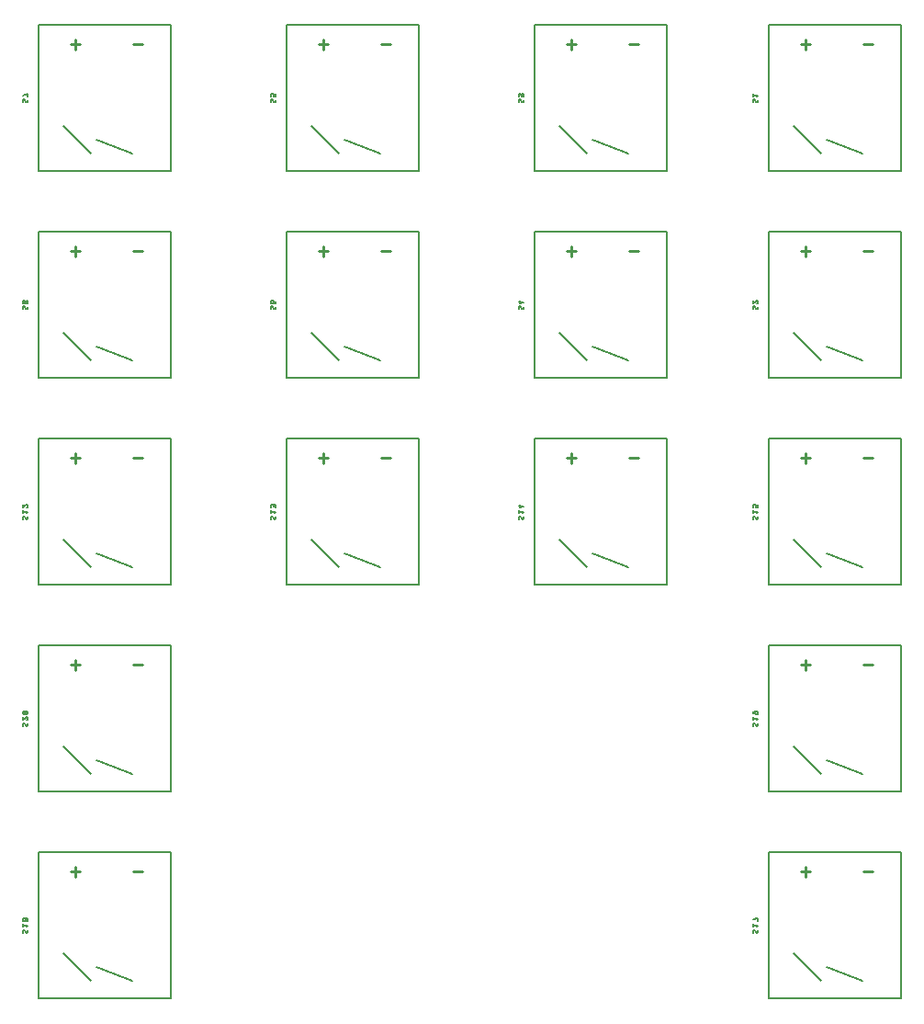
<source format=gbr>
G04 EAGLE Gerber RS-274X export*
G75*
%MOMM*%
%FSLAX34Y34*%
%LPD*%
%INSilkscreen Bottom*%
%IPPOS*%
%AMOC8*
5,1,8,0,0,1.08239X$1,22.5*%
G01*
%ADD10C,0.228600*%
%ADD11C,0.203200*%
%ADD12C,0.127000*%


D10*
X815467Y925661D02*
X806831Y925661D01*
X811149Y921343D02*
X811149Y929979D01*
X864743Y925661D02*
X873379Y925661D01*
D11*
X800100Y850900D02*
X825500Y825500D01*
X830580Y838200D02*
X863600Y825500D01*
X899160Y808990D02*
X777240Y808990D01*
X899160Y808990D02*
X899160Y943610D01*
X777240Y943610D01*
X777240Y808990D01*
D12*
X762889Y873916D02*
X762891Y873981D01*
X762897Y874045D01*
X762907Y874109D01*
X762920Y874173D01*
X762938Y874235D01*
X762959Y874296D01*
X762983Y874356D01*
X763012Y874414D01*
X763044Y874471D01*
X763079Y874525D01*
X763117Y874577D01*
X763159Y874627D01*
X763203Y874674D01*
X763250Y874718D01*
X763300Y874760D01*
X763352Y874798D01*
X763406Y874833D01*
X763463Y874865D01*
X763521Y874894D01*
X763581Y874918D01*
X763642Y874939D01*
X763704Y874957D01*
X763768Y874970D01*
X763832Y874980D01*
X763896Y874986D01*
X763961Y874988D01*
X762889Y873916D02*
X762891Y873822D01*
X762897Y873728D01*
X762907Y873634D01*
X762920Y873541D01*
X762938Y873449D01*
X762959Y873357D01*
X762984Y873266D01*
X763013Y873176D01*
X763046Y873088D01*
X763082Y873001D01*
X763122Y872916D01*
X763165Y872832D01*
X763212Y872751D01*
X763262Y872671D01*
X763315Y872593D01*
X763372Y872518D01*
X763431Y872445D01*
X763494Y872375D01*
X763559Y872307D01*
X766643Y872442D02*
X766708Y872444D01*
X766772Y872450D01*
X766836Y872460D01*
X766900Y872473D01*
X766962Y872491D01*
X767023Y872512D01*
X767083Y872536D01*
X767141Y872565D01*
X767198Y872597D01*
X767252Y872632D01*
X767304Y872670D01*
X767354Y872712D01*
X767401Y872756D01*
X767445Y872803D01*
X767487Y872853D01*
X767525Y872905D01*
X767560Y872959D01*
X767592Y873016D01*
X767621Y873074D01*
X767645Y873134D01*
X767666Y873195D01*
X767684Y873257D01*
X767697Y873321D01*
X767707Y873385D01*
X767713Y873449D01*
X767715Y873514D01*
X767713Y873600D01*
X767708Y873686D01*
X767698Y873772D01*
X767685Y873857D01*
X767669Y873942D01*
X767649Y874026D01*
X767625Y874109D01*
X767598Y874191D01*
X767567Y874271D01*
X767533Y874351D01*
X767495Y874428D01*
X767454Y874504D01*
X767410Y874578D01*
X767363Y874650D01*
X767313Y874721D01*
X765705Y872978D02*
X765738Y872925D01*
X765775Y872874D01*
X765814Y872825D01*
X765856Y872778D01*
X765901Y872734D01*
X765948Y872693D01*
X765997Y872654D01*
X766049Y872618D01*
X766103Y872585D01*
X766158Y872556D01*
X766215Y872530D01*
X766274Y872507D01*
X766333Y872487D01*
X766394Y872471D01*
X766455Y872458D01*
X766518Y872449D01*
X766580Y872444D01*
X766643Y872442D01*
X764899Y874453D02*
X764866Y874506D01*
X764829Y874557D01*
X764790Y874606D01*
X764748Y874653D01*
X764703Y874697D01*
X764656Y874738D01*
X764607Y874777D01*
X764555Y874813D01*
X764501Y874846D01*
X764446Y874875D01*
X764389Y874901D01*
X764330Y874924D01*
X764271Y874944D01*
X764210Y874960D01*
X764149Y874973D01*
X764086Y874982D01*
X764024Y874987D01*
X763961Y874989D01*
X764900Y874453D02*
X765704Y872978D01*
X766643Y877611D02*
X767715Y878952D01*
X762889Y878952D01*
X762889Y880292D02*
X762889Y877611D01*
D10*
X142367Y544661D02*
X133731Y544661D01*
X138049Y540343D02*
X138049Y548979D01*
X191643Y544661D02*
X200279Y544661D01*
D11*
X127000Y469900D02*
X152400Y444500D01*
X157480Y457200D02*
X190500Y444500D01*
X226060Y427990D02*
X104140Y427990D01*
X226060Y427990D02*
X226060Y562610D01*
X104140Y562610D01*
X104140Y427990D01*
D12*
X89789Y490173D02*
X89791Y490238D01*
X89797Y490302D01*
X89807Y490366D01*
X89820Y490430D01*
X89838Y490492D01*
X89859Y490553D01*
X89883Y490613D01*
X89912Y490671D01*
X89944Y490728D01*
X89979Y490782D01*
X90017Y490834D01*
X90059Y490884D01*
X90103Y490931D01*
X90150Y490975D01*
X90200Y491017D01*
X90252Y491055D01*
X90306Y491090D01*
X90363Y491122D01*
X90421Y491151D01*
X90481Y491175D01*
X90542Y491196D01*
X90604Y491214D01*
X90668Y491227D01*
X90732Y491237D01*
X90796Y491243D01*
X90861Y491245D01*
X89789Y490173D02*
X89791Y490079D01*
X89797Y489985D01*
X89807Y489891D01*
X89820Y489798D01*
X89838Y489706D01*
X89859Y489614D01*
X89884Y489523D01*
X89913Y489433D01*
X89946Y489345D01*
X89982Y489258D01*
X90022Y489173D01*
X90065Y489089D01*
X90112Y489008D01*
X90162Y488928D01*
X90215Y488850D01*
X90272Y488775D01*
X90331Y488702D01*
X90394Y488632D01*
X90459Y488564D01*
X93543Y488699D02*
X93608Y488701D01*
X93672Y488707D01*
X93736Y488717D01*
X93800Y488730D01*
X93862Y488748D01*
X93923Y488769D01*
X93983Y488793D01*
X94041Y488822D01*
X94098Y488854D01*
X94152Y488889D01*
X94204Y488927D01*
X94254Y488969D01*
X94301Y489013D01*
X94345Y489060D01*
X94387Y489110D01*
X94425Y489162D01*
X94460Y489216D01*
X94492Y489273D01*
X94521Y489331D01*
X94545Y489391D01*
X94566Y489452D01*
X94584Y489514D01*
X94597Y489578D01*
X94607Y489642D01*
X94613Y489706D01*
X94615Y489771D01*
X94613Y489857D01*
X94608Y489943D01*
X94598Y490029D01*
X94585Y490114D01*
X94569Y490199D01*
X94549Y490283D01*
X94525Y490366D01*
X94498Y490448D01*
X94467Y490528D01*
X94433Y490608D01*
X94395Y490685D01*
X94354Y490761D01*
X94310Y490835D01*
X94263Y490907D01*
X94213Y490978D01*
X92605Y489235D02*
X92638Y489182D01*
X92675Y489131D01*
X92714Y489082D01*
X92756Y489035D01*
X92801Y488991D01*
X92848Y488950D01*
X92897Y488911D01*
X92949Y488875D01*
X93003Y488842D01*
X93058Y488813D01*
X93115Y488787D01*
X93174Y488764D01*
X93233Y488744D01*
X93294Y488728D01*
X93355Y488715D01*
X93418Y488706D01*
X93480Y488701D01*
X93543Y488699D01*
X91799Y490709D02*
X91766Y490762D01*
X91729Y490813D01*
X91690Y490862D01*
X91648Y490909D01*
X91603Y490953D01*
X91556Y490994D01*
X91507Y491033D01*
X91455Y491069D01*
X91401Y491102D01*
X91346Y491131D01*
X91289Y491157D01*
X91230Y491180D01*
X91171Y491200D01*
X91110Y491216D01*
X91049Y491229D01*
X90986Y491238D01*
X90924Y491243D01*
X90861Y491245D01*
X91800Y490709D02*
X92604Y489235D01*
X93543Y493868D02*
X94615Y495209D01*
X89789Y495209D01*
X89789Y496549D02*
X89789Y493868D01*
X94615Y500829D02*
X94613Y500897D01*
X94607Y500964D01*
X94598Y501031D01*
X94585Y501098D01*
X94568Y501163D01*
X94547Y501228D01*
X94523Y501291D01*
X94495Y501353D01*
X94464Y501413D01*
X94430Y501471D01*
X94392Y501527D01*
X94352Y501582D01*
X94308Y501633D01*
X94261Y501682D01*
X94212Y501729D01*
X94161Y501773D01*
X94106Y501813D01*
X94050Y501851D01*
X93992Y501885D01*
X93932Y501916D01*
X93870Y501944D01*
X93807Y501968D01*
X93742Y501989D01*
X93677Y502006D01*
X93610Y502019D01*
X93543Y502028D01*
X93476Y502034D01*
X93408Y502036D01*
X94615Y500829D02*
X94613Y500751D01*
X94607Y500673D01*
X94597Y500596D01*
X94584Y500519D01*
X94566Y500443D01*
X94545Y500368D01*
X94520Y500294D01*
X94491Y500222D01*
X94459Y500151D01*
X94423Y500082D01*
X94384Y500014D01*
X94341Y499949D01*
X94295Y499886D01*
X94246Y499825D01*
X94194Y499767D01*
X94139Y499712D01*
X94082Y499659D01*
X94022Y499610D01*
X93959Y499563D01*
X93894Y499520D01*
X93828Y499480D01*
X93759Y499443D01*
X93688Y499410D01*
X93616Y499380D01*
X93543Y499354D01*
X92470Y501634D02*
X92519Y501683D01*
X92571Y501730D01*
X92626Y501773D01*
X92683Y501814D01*
X92742Y501852D01*
X92803Y501886D01*
X92866Y501917D01*
X92930Y501945D01*
X92996Y501969D01*
X93062Y501989D01*
X93130Y502006D01*
X93199Y502019D01*
X93268Y502028D01*
X93338Y502034D01*
X93408Y502036D01*
X92470Y501633D02*
X89789Y499354D01*
X89789Y502035D01*
D10*
X362331Y544661D02*
X370967Y544661D01*
X366649Y540343D02*
X366649Y548979D01*
X420243Y544661D02*
X428879Y544661D01*
D11*
X355600Y469900D02*
X381000Y444500D01*
X386080Y457200D02*
X419100Y444500D01*
X454660Y427990D02*
X332740Y427990D01*
X454660Y427990D02*
X454660Y562610D01*
X332740Y562610D01*
X332740Y427990D01*
D12*
X318389Y490173D02*
X318391Y490238D01*
X318397Y490302D01*
X318407Y490366D01*
X318420Y490430D01*
X318438Y490492D01*
X318459Y490553D01*
X318483Y490613D01*
X318512Y490671D01*
X318544Y490728D01*
X318579Y490782D01*
X318617Y490834D01*
X318659Y490884D01*
X318703Y490931D01*
X318750Y490975D01*
X318800Y491017D01*
X318852Y491055D01*
X318906Y491090D01*
X318963Y491122D01*
X319021Y491151D01*
X319081Y491175D01*
X319142Y491196D01*
X319204Y491214D01*
X319268Y491227D01*
X319332Y491237D01*
X319396Y491243D01*
X319461Y491245D01*
X318389Y490173D02*
X318391Y490079D01*
X318397Y489985D01*
X318407Y489891D01*
X318420Y489798D01*
X318438Y489706D01*
X318459Y489614D01*
X318484Y489523D01*
X318513Y489433D01*
X318546Y489345D01*
X318582Y489258D01*
X318622Y489173D01*
X318665Y489089D01*
X318712Y489008D01*
X318762Y488928D01*
X318815Y488850D01*
X318872Y488775D01*
X318931Y488702D01*
X318994Y488632D01*
X319059Y488564D01*
X322143Y488699D02*
X322208Y488701D01*
X322272Y488707D01*
X322336Y488717D01*
X322400Y488730D01*
X322462Y488748D01*
X322523Y488769D01*
X322583Y488793D01*
X322641Y488822D01*
X322698Y488854D01*
X322752Y488889D01*
X322804Y488927D01*
X322854Y488969D01*
X322901Y489013D01*
X322945Y489060D01*
X322987Y489110D01*
X323025Y489162D01*
X323060Y489216D01*
X323092Y489273D01*
X323121Y489331D01*
X323145Y489391D01*
X323166Y489452D01*
X323184Y489514D01*
X323197Y489578D01*
X323207Y489642D01*
X323213Y489706D01*
X323215Y489771D01*
X323213Y489857D01*
X323208Y489943D01*
X323198Y490029D01*
X323185Y490114D01*
X323169Y490199D01*
X323149Y490283D01*
X323125Y490366D01*
X323098Y490448D01*
X323067Y490528D01*
X323033Y490608D01*
X322995Y490685D01*
X322954Y490761D01*
X322910Y490835D01*
X322863Y490907D01*
X322813Y490978D01*
X321205Y489235D02*
X321238Y489182D01*
X321275Y489131D01*
X321314Y489082D01*
X321356Y489035D01*
X321401Y488991D01*
X321448Y488950D01*
X321497Y488911D01*
X321549Y488875D01*
X321603Y488842D01*
X321658Y488813D01*
X321715Y488787D01*
X321774Y488764D01*
X321833Y488744D01*
X321894Y488728D01*
X321955Y488715D01*
X322018Y488706D01*
X322080Y488701D01*
X322143Y488699D01*
X320399Y490709D02*
X320366Y490762D01*
X320329Y490813D01*
X320290Y490862D01*
X320248Y490909D01*
X320203Y490953D01*
X320156Y490994D01*
X320107Y491033D01*
X320055Y491069D01*
X320001Y491102D01*
X319946Y491131D01*
X319889Y491157D01*
X319830Y491180D01*
X319771Y491200D01*
X319710Y491216D01*
X319649Y491229D01*
X319586Y491238D01*
X319524Y491243D01*
X319461Y491245D01*
X320400Y490709D02*
X321204Y489235D01*
X322143Y493868D02*
X323215Y495209D01*
X318389Y495209D01*
X318389Y496549D02*
X318389Y493868D01*
X318389Y499354D02*
X318389Y500695D01*
X318391Y500766D01*
X318397Y500838D01*
X318406Y500908D01*
X318419Y500978D01*
X318436Y501048D01*
X318457Y501116D01*
X318481Y501183D01*
X318509Y501249D01*
X318540Y501313D01*
X318575Y501376D01*
X318613Y501436D01*
X318654Y501495D01*
X318698Y501551D01*
X318745Y501605D01*
X318794Y501656D01*
X318847Y501704D01*
X318902Y501750D01*
X318959Y501792D01*
X319019Y501832D01*
X319080Y501868D01*
X319144Y501901D01*
X319209Y501930D01*
X319275Y501956D01*
X319343Y501979D01*
X319412Y501998D01*
X319482Y502013D01*
X319552Y502024D01*
X319623Y502032D01*
X319694Y502036D01*
X319766Y502036D01*
X319837Y502032D01*
X319908Y502024D01*
X319978Y502013D01*
X320048Y501998D01*
X320117Y501979D01*
X320185Y501956D01*
X320251Y501930D01*
X320316Y501901D01*
X320380Y501868D01*
X320441Y501832D01*
X320501Y501792D01*
X320558Y501750D01*
X320613Y501704D01*
X320666Y501656D01*
X320715Y501605D01*
X320762Y501551D01*
X320806Y501495D01*
X320847Y501436D01*
X320885Y501376D01*
X320920Y501313D01*
X320951Y501249D01*
X320979Y501183D01*
X321003Y501116D01*
X321024Y501048D01*
X321041Y500978D01*
X321054Y500908D01*
X321063Y500838D01*
X321069Y500766D01*
X321071Y500695D01*
X323215Y500963D02*
X323215Y499354D01*
X323215Y500963D02*
X323213Y501028D01*
X323207Y501092D01*
X323197Y501156D01*
X323184Y501220D01*
X323166Y501282D01*
X323145Y501343D01*
X323121Y501403D01*
X323092Y501461D01*
X323060Y501518D01*
X323025Y501572D01*
X322987Y501624D01*
X322945Y501674D01*
X322901Y501721D01*
X322854Y501765D01*
X322804Y501807D01*
X322752Y501845D01*
X322698Y501880D01*
X322641Y501912D01*
X322583Y501941D01*
X322523Y501965D01*
X322462Y501986D01*
X322400Y502004D01*
X322336Y502017D01*
X322272Y502027D01*
X322208Y502033D01*
X322143Y502035D01*
X322078Y502033D01*
X322014Y502027D01*
X321950Y502017D01*
X321886Y502004D01*
X321824Y501986D01*
X321763Y501965D01*
X321703Y501941D01*
X321645Y501912D01*
X321588Y501880D01*
X321534Y501845D01*
X321482Y501807D01*
X321432Y501765D01*
X321385Y501721D01*
X321341Y501674D01*
X321299Y501624D01*
X321261Y501572D01*
X321226Y501518D01*
X321194Y501461D01*
X321165Y501403D01*
X321141Y501343D01*
X321120Y501282D01*
X321102Y501220D01*
X321089Y501156D01*
X321079Y501092D01*
X321073Y501028D01*
X321071Y500963D01*
X321070Y500963D02*
X321070Y499891D01*
D10*
X590931Y544661D02*
X599567Y544661D01*
X595249Y540343D02*
X595249Y548979D01*
X648843Y544661D02*
X657479Y544661D01*
D11*
X584200Y469900D02*
X609600Y444500D01*
X614680Y457200D02*
X647700Y444500D01*
X683260Y427990D02*
X561340Y427990D01*
X683260Y427990D02*
X683260Y562610D01*
X561340Y562610D01*
X561340Y427990D01*
D12*
X546989Y490173D02*
X546991Y490238D01*
X546997Y490302D01*
X547007Y490366D01*
X547020Y490430D01*
X547038Y490492D01*
X547059Y490553D01*
X547083Y490613D01*
X547112Y490671D01*
X547144Y490728D01*
X547179Y490782D01*
X547217Y490834D01*
X547259Y490884D01*
X547303Y490931D01*
X547350Y490975D01*
X547400Y491017D01*
X547452Y491055D01*
X547506Y491090D01*
X547563Y491122D01*
X547621Y491151D01*
X547681Y491175D01*
X547742Y491196D01*
X547804Y491214D01*
X547868Y491227D01*
X547932Y491237D01*
X547996Y491243D01*
X548061Y491245D01*
X546989Y490173D02*
X546991Y490079D01*
X546997Y489985D01*
X547007Y489891D01*
X547020Y489798D01*
X547038Y489706D01*
X547059Y489614D01*
X547084Y489523D01*
X547113Y489433D01*
X547146Y489345D01*
X547182Y489258D01*
X547222Y489173D01*
X547265Y489089D01*
X547312Y489008D01*
X547362Y488928D01*
X547415Y488850D01*
X547472Y488775D01*
X547531Y488702D01*
X547594Y488632D01*
X547659Y488564D01*
X550743Y488699D02*
X550808Y488701D01*
X550872Y488707D01*
X550936Y488717D01*
X551000Y488730D01*
X551062Y488748D01*
X551123Y488769D01*
X551183Y488793D01*
X551241Y488822D01*
X551298Y488854D01*
X551352Y488889D01*
X551404Y488927D01*
X551454Y488969D01*
X551501Y489013D01*
X551545Y489060D01*
X551587Y489110D01*
X551625Y489162D01*
X551660Y489216D01*
X551692Y489273D01*
X551721Y489331D01*
X551745Y489391D01*
X551766Y489452D01*
X551784Y489514D01*
X551797Y489578D01*
X551807Y489642D01*
X551813Y489706D01*
X551815Y489771D01*
X551813Y489857D01*
X551808Y489943D01*
X551798Y490029D01*
X551785Y490114D01*
X551769Y490199D01*
X551749Y490283D01*
X551725Y490366D01*
X551698Y490448D01*
X551667Y490528D01*
X551633Y490608D01*
X551595Y490685D01*
X551554Y490761D01*
X551510Y490835D01*
X551463Y490907D01*
X551413Y490978D01*
X549805Y489235D02*
X549838Y489182D01*
X549875Y489131D01*
X549914Y489082D01*
X549956Y489035D01*
X550001Y488991D01*
X550048Y488950D01*
X550097Y488911D01*
X550149Y488875D01*
X550203Y488842D01*
X550258Y488813D01*
X550315Y488787D01*
X550374Y488764D01*
X550433Y488744D01*
X550494Y488728D01*
X550555Y488715D01*
X550618Y488706D01*
X550680Y488701D01*
X550743Y488699D01*
X548999Y490709D02*
X548966Y490762D01*
X548929Y490813D01*
X548890Y490862D01*
X548848Y490909D01*
X548803Y490953D01*
X548756Y490994D01*
X548707Y491033D01*
X548655Y491069D01*
X548601Y491102D01*
X548546Y491131D01*
X548489Y491157D01*
X548430Y491180D01*
X548371Y491200D01*
X548310Y491216D01*
X548249Y491229D01*
X548186Y491238D01*
X548124Y491243D01*
X548061Y491245D01*
X549000Y490709D02*
X549804Y489235D01*
X550743Y493868D02*
X551815Y495209D01*
X546989Y495209D01*
X546989Y496549D02*
X546989Y493868D01*
X548061Y499354D02*
X551815Y500427D01*
X548061Y499354D02*
X548061Y502035D01*
X549134Y501231D02*
X546989Y501231D01*
D10*
X806831Y544661D02*
X815467Y544661D01*
X811149Y540343D02*
X811149Y548979D01*
X864743Y544661D02*
X873379Y544661D01*
D11*
X800100Y469900D02*
X825500Y444500D01*
X830580Y457200D02*
X863600Y444500D01*
X899160Y427990D02*
X777240Y427990D01*
X899160Y427990D02*
X899160Y562610D01*
X777240Y562610D01*
X777240Y427990D01*
D12*
X762889Y490173D02*
X762891Y490238D01*
X762897Y490302D01*
X762907Y490366D01*
X762920Y490430D01*
X762938Y490492D01*
X762959Y490553D01*
X762983Y490613D01*
X763012Y490671D01*
X763044Y490728D01*
X763079Y490782D01*
X763117Y490834D01*
X763159Y490884D01*
X763203Y490931D01*
X763250Y490975D01*
X763300Y491017D01*
X763352Y491055D01*
X763406Y491090D01*
X763463Y491122D01*
X763521Y491151D01*
X763581Y491175D01*
X763642Y491196D01*
X763704Y491214D01*
X763768Y491227D01*
X763832Y491237D01*
X763896Y491243D01*
X763961Y491245D01*
X762889Y490173D02*
X762891Y490079D01*
X762897Y489985D01*
X762907Y489891D01*
X762920Y489798D01*
X762938Y489706D01*
X762959Y489614D01*
X762984Y489523D01*
X763013Y489433D01*
X763046Y489345D01*
X763082Y489258D01*
X763122Y489173D01*
X763165Y489089D01*
X763212Y489008D01*
X763262Y488928D01*
X763315Y488850D01*
X763372Y488775D01*
X763431Y488702D01*
X763494Y488632D01*
X763559Y488564D01*
X766643Y488699D02*
X766708Y488701D01*
X766772Y488707D01*
X766836Y488717D01*
X766900Y488730D01*
X766962Y488748D01*
X767023Y488769D01*
X767083Y488793D01*
X767141Y488822D01*
X767198Y488854D01*
X767252Y488889D01*
X767304Y488927D01*
X767354Y488969D01*
X767401Y489013D01*
X767445Y489060D01*
X767487Y489110D01*
X767525Y489162D01*
X767560Y489216D01*
X767592Y489273D01*
X767621Y489331D01*
X767645Y489391D01*
X767666Y489452D01*
X767684Y489514D01*
X767697Y489578D01*
X767707Y489642D01*
X767713Y489706D01*
X767715Y489771D01*
X767713Y489857D01*
X767708Y489943D01*
X767698Y490029D01*
X767685Y490114D01*
X767669Y490199D01*
X767649Y490283D01*
X767625Y490366D01*
X767598Y490448D01*
X767567Y490528D01*
X767533Y490608D01*
X767495Y490685D01*
X767454Y490761D01*
X767410Y490835D01*
X767363Y490907D01*
X767313Y490978D01*
X765705Y489235D02*
X765738Y489182D01*
X765775Y489131D01*
X765814Y489082D01*
X765856Y489035D01*
X765901Y488991D01*
X765948Y488950D01*
X765997Y488911D01*
X766049Y488875D01*
X766103Y488842D01*
X766158Y488813D01*
X766215Y488787D01*
X766274Y488764D01*
X766333Y488744D01*
X766394Y488728D01*
X766455Y488715D01*
X766518Y488706D01*
X766580Y488701D01*
X766643Y488699D01*
X764899Y490709D02*
X764866Y490762D01*
X764829Y490813D01*
X764790Y490862D01*
X764748Y490909D01*
X764703Y490953D01*
X764656Y490994D01*
X764607Y491033D01*
X764555Y491069D01*
X764501Y491102D01*
X764446Y491131D01*
X764389Y491157D01*
X764330Y491180D01*
X764271Y491200D01*
X764210Y491216D01*
X764149Y491229D01*
X764086Y491238D01*
X764024Y491243D01*
X763961Y491245D01*
X764900Y490709D02*
X765704Y489235D01*
X766643Y493868D02*
X767715Y495209D01*
X762889Y495209D01*
X762889Y496549D02*
X762889Y493868D01*
X762889Y499354D02*
X762889Y500963D01*
X762891Y501028D01*
X762897Y501092D01*
X762907Y501156D01*
X762920Y501220D01*
X762938Y501282D01*
X762959Y501343D01*
X762983Y501403D01*
X763012Y501461D01*
X763044Y501518D01*
X763079Y501572D01*
X763117Y501624D01*
X763159Y501674D01*
X763203Y501721D01*
X763250Y501765D01*
X763300Y501807D01*
X763352Y501845D01*
X763406Y501880D01*
X763463Y501912D01*
X763521Y501941D01*
X763581Y501965D01*
X763642Y501986D01*
X763704Y502004D01*
X763768Y502017D01*
X763832Y502027D01*
X763896Y502033D01*
X763961Y502035D01*
X764498Y502035D01*
X764563Y502033D01*
X764627Y502027D01*
X764691Y502017D01*
X764755Y502004D01*
X764817Y501986D01*
X764878Y501965D01*
X764938Y501941D01*
X764996Y501912D01*
X765053Y501880D01*
X765107Y501845D01*
X765159Y501807D01*
X765209Y501765D01*
X765256Y501721D01*
X765300Y501674D01*
X765342Y501624D01*
X765380Y501572D01*
X765415Y501518D01*
X765447Y501461D01*
X765476Y501403D01*
X765500Y501343D01*
X765521Y501282D01*
X765539Y501220D01*
X765552Y501156D01*
X765562Y501092D01*
X765568Y501028D01*
X765570Y500963D01*
X765570Y499354D01*
X767715Y499354D01*
X767715Y502035D01*
D10*
X806831Y163661D02*
X815467Y163661D01*
X811149Y159343D02*
X811149Y167979D01*
X864743Y163661D02*
X873379Y163661D01*
D11*
X800100Y88900D02*
X825500Y63500D01*
X830580Y76200D02*
X863600Y63500D01*
X899160Y46990D02*
X777240Y46990D01*
X899160Y46990D02*
X899160Y181610D01*
X777240Y181610D01*
X777240Y46990D01*
D12*
X762889Y109173D02*
X762891Y109238D01*
X762897Y109302D01*
X762907Y109366D01*
X762920Y109430D01*
X762938Y109492D01*
X762959Y109553D01*
X762983Y109613D01*
X763012Y109671D01*
X763044Y109728D01*
X763079Y109782D01*
X763117Y109834D01*
X763159Y109884D01*
X763203Y109931D01*
X763250Y109975D01*
X763300Y110017D01*
X763352Y110055D01*
X763406Y110090D01*
X763463Y110122D01*
X763521Y110151D01*
X763581Y110175D01*
X763642Y110196D01*
X763704Y110214D01*
X763768Y110227D01*
X763832Y110237D01*
X763896Y110243D01*
X763961Y110245D01*
X762889Y109173D02*
X762891Y109079D01*
X762897Y108985D01*
X762907Y108891D01*
X762920Y108798D01*
X762938Y108706D01*
X762959Y108614D01*
X762984Y108523D01*
X763013Y108433D01*
X763046Y108345D01*
X763082Y108258D01*
X763122Y108173D01*
X763165Y108089D01*
X763212Y108008D01*
X763262Y107928D01*
X763315Y107850D01*
X763372Y107775D01*
X763431Y107702D01*
X763494Y107632D01*
X763559Y107564D01*
X766643Y107699D02*
X766708Y107701D01*
X766772Y107707D01*
X766836Y107717D01*
X766900Y107730D01*
X766962Y107748D01*
X767023Y107769D01*
X767083Y107793D01*
X767141Y107822D01*
X767198Y107854D01*
X767252Y107889D01*
X767304Y107927D01*
X767354Y107969D01*
X767401Y108013D01*
X767445Y108060D01*
X767487Y108110D01*
X767525Y108162D01*
X767560Y108216D01*
X767592Y108273D01*
X767621Y108331D01*
X767645Y108391D01*
X767666Y108452D01*
X767684Y108514D01*
X767697Y108578D01*
X767707Y108642D01*
X767713Y108706D01*
X767715Y108771D01*
X767713Y108857D01*
X767708Y108943D01*
X767698Y109029D01*
X767685Y109114D01*
X767669Y109199D01*
X767649Y109283D01*
X767625Y109366D01*
X767598Y109448D01*
X767567Y109528D01*
X767533Y109608D01*
X767495Y109685D01*
X767454Y109761D01*
X767410Y109835D01*
X767363Y109907D01*
X767313Y109978D01*
X765705Y108235D02*
X765738Y108182D01*
X765775Y108131D01*
X765814Y108082D01*
X765856Y108035D01*
X765901Y107991D01*
X765948Y107950D01*
X765997Y107911D01*
X766049Y107875D01*
X766103Y107842D01*
X766158Y107813D01*
X766215Y107787D01*
X766274Y107764D01*
X766333Y107744D01*
X766394Y107728D01*
X766455Y107715D01*
X766518Y107706D01*
X766580Y107701D01*
X766643Y107699D01*
X764899Y109709D02*
X764866Y109762D01*
X764829Y109813D01*
X764790Y109862D01*
X764748Y109909D01*
X764703Y109953D01*
X764656Y109994D01*
X764607Y110033D01*
X764555Y110069D01*
X764501Y110102D01*
X764446Y110131D01*
X764389Y110157D01*
X764330Y110180D01*
X764271Y110200D01*
X764210Y110216D01*
X764149Y110229D01*
X764086Y110238D01*
X764024Y110243D01*
X763961Y110245D01*
X764900Y109709D02*
X765704Y108235D01*
X766643Y112868D02*
X767715Y114209D01*
X762889Y114209D01*
X762889Y115549D02*
X762889Y112868D01*
X767179Y118354D02*
X767715Y118354D01*
X767715Y121035D01*
X762889Y119695D01*
D10*
X142367Y163661D02*
X133731Y163661D01*
X138049Y159343D02*
X138049Y167979D01*
X191643Y163661D02*
X200279Y163661D01*
D11*
X127000Y88900D02*
X152400Y63500D01*
X157480Y76200D02*
X190500Y63500D01*
X226060Y46990D02*
X104140Y46990D01*
X226060Y46990D02*
X226060Y181610D01*
X104140Y181610D01*
X104140Y46990D01*
D12*
X89789Y109173D02*
X89791Y109238D01*
X89797Y109302D01*
X89807Y109366D01*
X89820Y109430D01*
X89838Y109492D01*
X89859Y109553D01*
X89883Y109613D01*
X89912Y109671D01*
X89944Y109728D01*
X89979Y109782D01*
X90017Y109834D01*
X90059Y109884D01*
X90103Y109931D01*
X90150Y109975D01*
X90200Y110017D01*
X90252Y110055D01*
X90306Y110090D01*
X90363Y110122D01*
X90421Y110151D01*
X90481Y110175D01*
X90542Y110196D01*
X90604Y110214D01*
X90668Y110227D01*
X90732Y110237D01*
X90796Y110243D01*
X90861Y110245D01*
X89789Y109173D02*
X89791Y109079D01*
X89797Y108985D01*
X89807Y108891D01*
X89820Y108798D01*
X89838Y108706D01*
X89859Y108614D01*
X89884Y108523D01*
X89913Y108433D01*
X89946Y108345D01*
X89982Y108258D01*
X90022Y108173D01*
X90065Y108089D01*
X90112Y108008D01*
X90162Y107928D01*
X90215Y107850D01*
X90272Y107775D01*
X90331Y107702D01*
X90394Y107632D01*
X90459Y107564D01*
X93543Y107699D02*
X93608Y107701D01*
X93672Y107707D01*
X93736Y107717D01*
X93800Y107730D01*
X93862Y107748D01*
X93923Y107769D01*
X93983Y107793D01*
X94041Y107822D01*
X94098Y107854D01*
X94152Y107889D01*
X94204Y107927D01*
X94254Y107969D01*
X94301Y108013D01*
X94345Y108060D01*
X94387Y108110D01*
X94425Y108162D01*
X94460Y108216D01*
X94492Y108273D01*
X94521Y108331D01*
X94545Y108391D01*
X94566Y108452D01*
X94584Y108514D01*
X94597Y108578D01*
X94607Y108642D01*
X94613Y108706D01*
X94615Y108771D01*
X94613Y108857D01*
X94608Y108943D01*
X94598Y109029D01*
X94585Y109114D01*
X94569Y109199D01*
X94549Y109283D01*
X94525Y109366D01*
X94498Y109448D01*
X94467Y109528D01*
X94433Y109608D01*
X94395Y109685D01*
X94354Y109761D01*
X94310Y109835D01*
X94263Y109907D01*
X94213Y109978D01*
X92605Y108235D02*
X92638Y108182D01*
X92675Y108131D01*
X92714Y108082D01*
X92756Y108035D01*
X92801Y107991D01*
X92848Y107950D01*
X92897Y107911D01*
X92949Y107875D01*
X93003Y107842D01*
X93058Y107813D01*
X93115Y107787D01*
X93174Y107764D01*
X93233Y107744D01*
X93294Y107728D01*
X93355Y107715D01*
X93418Y107706D01*
X93480Y107701D01*
X93543Y107699D01*
X91799Y109709D02*
X91766Y109762D01*
X91729Y109813D01*
X91690Y109862D01*
X91648Y109909D01*
X91603Y109953D01*
X91556Y109994D01*
X91507Y110033D01*
X91455Y110069D01*
X91401Y110102D01*
X91346Y110131D01*
X91289Y110157D01*
X91230Y110180D01*
X91171Y110200D01*
X91110Y110216D01*
X91049Y110229D01*
X90986Y110238D01*
X90924Y110243D01*
X90861Y110245D01*
X91800Y109709D02*
X92604Y108235D01*
X93543Y112868D02*
X94615Y114209D01*
X89789Y114209D01*
X89789Y115549D02*
X89789Y112868D01*
X91130Y118354D02*
X91201Y118356D01*
X91273Y118362D01*
X91343Y118371D01*
X91413Y118384D01*
X91483Y118401D01*
X91551Y118422D01*
X91618Y118446D01*
X91684Y118474D01*
X91748Y118505D01*
X91811Y118540D01*
X91871Y118578D01*
X91930Y118619D01*
X91986Y118663D01*
X92040Y118710D01*
X92091Y118759D01*
X92139Y118812D01*
X92185Y118867D01*
X92227Y118924D01*
X92267Y118984D01*
X92303Y119045D01*
X92336Y119109D01*
X92365Y119174D01*
X92391Y119240D01*
X92414Y119308D01*
X92433Y119377D01*
X92448Y119447D01*
X92459Y119517D01*
X92467Y119588D01*
X92471Y119659D01*
X92471Y119731D01*
X92467Y119802D01*
X92459Y119873D01*
X92448Y119943D01*
X92433Y120013D01*
X92414Y120082D01*
X92391Y120150D01*
X92365Y120216D01*
X92336Y120281D01*
X92303Y120345D01*
X92267Y120406D01*
X92227Y120466D01*
X92185Y120523D01*
X92139Y120578D01*
X92091Y120631D01*
X92040Y120680D01*
X91986Y120727D01*
X91930Y120771D01*
X91871Y120812D01*
X91811Y120850D01*
X91748Y120885D01*
X91684Y120916D01*
X91618Y120944D01*
X91551Y120968D01*
X91483Y120989D01*
X91413Y121006D01*
X91343Y121019D01*
X91273Y121028D01*
X91201Y121034D01*
X91130Y121036D01*
X91059Y121034D01*
X90987Y121028D01*
X90917Y121019D01*
X90847Y121006D01*
X90777Y120989D01*
X90709Y120968D01*
X90642Y120944D01*
X90576Y120916D01*
X90512Y120885D01*
X90449Y120850D01*
X90389Y120812D01*
X90330Y120771D01*
X90274Y120727D01*
X90220Y120680D01*
X90169Y120631D01*
X90121Y120578D01*
X90075Y120523D01*
X90033Y120466D01*
X89993Y120406D01*
X89957Y120345D01*
X89924Y120281D01*
X89895Y120216D01*
X89869Y120150D01*
X89846Y120082D01*
X89827Y120013D01*
X89812Y119943D01*
X89801Y119873D01*
X89793Y119802D01*
X89789Y119731D01*
X89789Y119659D01*
X89793Y119588D01*
X89801Y119517D01*
X89812Y119447D01*
X89827Y119377D01*
X89846Y119308D01*
X89869Y119240D01*
X89895Y119174D01*
X89924Y119109D01*
X89957Y119045D01*
X89993Y118984D01*
X90033Y118924D01*
X90075Y118867D01*
X90121Y118812D01*
X90169Y118759D01*
X90220Y118710D01*
X90274Y118663D01*
X90330Y118619D01*
X90389Y118578D01*
X90449Y118540D01*
X90512Y118505D01*
X90576Y118474D01*
X90642Y118446D01*
X90709Y118422D01*
X90777Y118401D01*
X90847Y118384D01*
X90917Y118371D01*
X90987Y118362D01*
X91059Y118356D01*
X91130Y118354D01*
X93543Y118623D02*
X93608Y118625D01*
X93672Y118631D01*
X93736Y118641D01*
X93800Y118654D01*
X93862Y118672D01*
X93923Y118693D01*
X93983Y118717D01*
X94041Y118746D01*
X94098Y118778D01*
X94152Y118813D01*
X94204Y118851D01*
X94254Y118893D01*
X94301Y118937D01*
X94345Y118984D01*
X94387Y119034D01*
X94425Y119086D01*
X94460Y119140D01*
X94492Y119197D01*
X94521Y119255D01*
X94545Y119315D01*
X94566Y119376D01*
X94584Y119438D01*
X94597Y119502D01*
X94607Y119566D01*
X94613Y119630D01*
X94615Y119695D01*
X94613Y119760D01*
X94607Y119824D01*
X94597Y119888D01*
X94584Y119952D01*
X94566Y120014D01*
X94545Y120075D01*
X94521Y120135D01*
X94492Y120193D01*
X94460Y120250D01*
X94425Y120304D01*
X94387Y120356D01*
X94345Y120406D01*
X94301Y120453D01*
X94254Y120497D01*
X94204Y120539D01*
X94152Y120577D01*
X94098Y120612D01*
X94041Y120644D01*
X93983Y120673D01*
X93923Y120697D01*
X93862Y120718D01*
X93800Y120736D01*
X93736Y120749D01*
X93672Y120759D01*
X93608Y120765D01*
X93543Y120767D01*
X93478Y120765D01*
X93414Y120759D01*
X93350Y120749D01*
X93286Y120736D01*
X93224Y120718D01*
X93163Y120697D01*
X93103Y120673D01*
X93045Y120644D01*
X92988Y120612D01*
X92934Y120577D01*
X92882Y120539D01*
X92832Y120497D01*
X92785Y120453D01*
X92741Y120406D01*
X92699Y120356D01*
X92661Y120304D01*
X92626Y120250D01*
X92594Y120193D01*
X92565Y120135D01*
X92541Y120075D01*
X92520Y120014D01*
X92502Y119952D01*
X92489Y119888D01*
X92479Y119824D01*
X92473Y119760D01*
X92471Y119695D01*
X92473Y119630D01*
X92479Y119566D01*
X92489Y119502D01*
X92502Y119438D01*
X92520Y119376D01*
X92541Y119315D01*
X92565Y119255D01*
X92594Y119197D01*
X92626Y119140D01*
X92661Y119086D01*
X92699Y119034D01*
X92741Y118984D01*
X92785Y118937D01*
X92832Y118893D01*
X92882Y118851D01*
X92934Y118813D01*
X92988Y118778D01*
X93045Y118746D01*
X93103Y118717D01*
X93163Y118693D01*
X93224Y118672D01*
X93286Y118654D01*
X93350Y118641D01*
X93414Y118631D01*
X93478Y118625D01*
X93543Y118623D01*
D10*
X806831Y354161D02*
X815467Y354161D01*
X811149Y349843D02*
X811149Y358479D01*
X864743Y354161D02*
X873379Y354161D01*
D11*
X800100Y279400D02*
X825500Y254000D01*
X830580Y266700D02*
X863600Y254000D01*
X899160Y237490D02*
X777240Y237490D01*
X899160Y237490D02*
X899160Y372110D01*
X777240Y372110D01*
X777240Y237490D01*
D12*
X762889Y299673D02*
X762891Y299738D01*
X762897Y299802D01*
X762907Y299866D01*
X762920Y299930D01*
X762938Y299992D01*
X762959Y300053D01*
X762983Y300113D01*
X763012Y300171D01*
X763044Y300228D01*
X763079Y300282D01*
X763117Y300334D01*
X763159Y300384D01*
X763203Y300431D01*
X763250Y300475D01*
X763300Y300517D01*
X763352Y300555D01*
X763406Y300590D01*
X763463Y300622D01*
X763521Y300651D01*
X763581Y300675D01*
X763642Y300696D01*
X763704Y300714D01*
X763768Y300727D01*
X763832Y300737D01*
X763896Y300743D01*
X763961Y300745D01*
X762889Y299673D02*
X762891Y299579D01*
X762897Y299485D01*
X762907Y299391D01*
X762920Y299298D01*
X762938Y299206D01*
X762959Y299114D01*
X762984Y299023D01*
X763013Y298933D01*
X763046Y298845D01*
X763082Y298758D01*
X763122Y298673D01*
X763165Y298589D01*
X763212Y298508D01*
X763262Y298428D01*
X763315Y298350D01*
X763372Y298275D01*
X763431Y298202D01*
X763494Y298132D01*
X763559Y298064D01*
X766643Y298199D02*
X766708Y298201D01*
X766772Y298207D01*
X766836Y298217D01*
X766900Y298230D01*
X766962Y298248D01*
X767023Y298269D01*
X767083Y298293D01*
X767141Y298322D01*
X767198Y298354D01*
X767252Y298389D01*
X767304Y298427D01*
X767354Y298469D01*
X767401Y298513D01*
X767445Y298560D01*
X767487Y298610D01*
X767525Y298662D01*
X767560Y298716D01*
X767592Y298773D01*
X767621Y298831D01*
X767645Y298891D01*
X767666Y298952D01*
X767684Y299014D01*
X767697Y299078D01*
X767707Y299142D01*
X767713Y299206D01*
X767715Y299271D01*
X767713Y299357D01*
X767708Y299443D01*
X767698Y299529D01*
X767685Y299614D01*
X767669Y299699D01*
X767649Y299783D01*
X767625Y299866D01*
X767598Y299948D01*
X767567Y300028D01*
X767533Y300108D01*
X767495Y300185D01*
X767454Y300261D01*
X767410Y300335D01*
X767363Y300407D01*
X767313Y300478D01*
X765705Y298735D02*
X765738Y298682D01*
X765775Y298631D01*
X765814Y298582D01*
X765856Y298535D01*
X765901Y298491D01*
X765948Y298450D01*
X765997Y298411D01*
X766049Y298375D01*
X766103Y298342D01*
X766158Y298313D01*
X766215Y298287D01*
X766274Y298264D01*
X766333Y298244D01*
X766394Y298228D01*
X766455Y298215D01*
X766518Y298206D01*
X766580Y298201D01*
X766643Y298199D01*
X764899Y300209D02*
X764866Y300262D01*
X764829Y300313D01*
X764790Y300362D01*
X764748Y300409D01*
X764703Y300453D01*
X764656Y300494D01*
X764607Y300533D01*
X764555Y300569D01*
X764501Y300602D01*
X764446Y300631D01*
X764389Y300657D01*
X764330Y300680D01*
X764271Y300700D01*
X764210Y300716D01*
X764149Y300729D01*
X764086Y300738D01*
X764024Y300743D01*
X763961Y300745D01*
X764900Y300209D02*
X765704Y298735D01*
X766643Y303368D02*
X767715Y304709D01*
X762889Y304709D01*
X762889Y306049D02*
X762889Y303368D01*
X765034Y309927D02*
X765034Y311535D01*
X765034Y309927D02*
X765036Y309862D01*
X765042Y309798D01*
X765052Y309734D01*
X765065Y309670D01*
X765083Y309608D01*
X765104Y309547D01*
X765128Y309487D01*
X765157Y309429D01*
X765189Y309372D01*
X765224Y309318D01*
X765262Y309266D01*
X765304Y309216D01*
X765348Y309169D01*
X765395Y309125D01*
X765445Y309083D01*
X765497Y309045D01*
X765551Y309010D01*
X765608Y308978D01*
X765666Y308949D01*
X765726Y308925D01*
X765787Y308904D01*
X765849Y308886D01*
X765913Y308873D01*
X765977Y308863D01*
X766041Y308857D01*
X766106Y308855D01*
X766106Y308854D02*
X766374Y308854D01*
X766445Y308856D01*
X766517Y308862D01*
X766587Y308871D01*
X766657Y308884D01*
X766727Y308901D01*
X766795Y308922D01*
X766862Y308946D01*
X766928Y308974D01*
X766992Y309005D01*
X767055Y309040D01*
X767115Y309078D01*
X767174Y309119D01*
X767230Y309163D01*
X767284Y309210D01*
X767335Y309259D01*
X767383Y309312D01*
X767429Y309367D01*
X767471Y309424D01*
X767511Y309484D01*
X767547Y309545D01*
X767580Y309609D01*
X767609Y309674D01*
X767635Y309740D01*
X767658Y309808D01*
X767677Y309877D01*
X767692Y309947D01*
X767703Y310017D01*
X767711Y310088D01*
X767715Y310159D01*
X767715Y310231D01*
X767711Y310302D01*
X767703Y310373D01*
X767692Y310443D01*
X767677Y310513D01*
X767658Y310582D01*
X767635Y310650D01*
X767609Y310716D01*
X767580Y310781D01*
X767547Y310845D01*
X767511Y310906D01*
X767471Y310966D01*
X767429Y311023D01*
X767383Y311078D01*
X767335Y311131D01*
X767284Y311180D01*
X767230Y311227D01*
X767174Y311271D01*
X767115Y311312D01*
X767055Y311350D01*
X766992Y311385D01*
X766928Y311416D01*
X766862Y311444D01*
X766795Y311468D01*
X766727Y311489D01*
X766657Y311506D01*
X766587Y311519D01*
X766517Y311528D01*
X766445Y311534D01*
X766374Y311536D01*
X766374Y311535D02*
X765034Y311535D01*
X765034Y311536D02*
X764943Y311534D01*
X764852Y311528D01*
X764762Y311519D01*
X764671Y311505D01*
X764582Y311488D01*
X764494Y311467D01*
X764406Y311442D01*
X764319Y311413D01*
X764234Y311381D01*
X764150Y311346D01*
X764068Y311306D01*
X763988Y311264D01*
X763909Y311218D01*
X763833Y311168D01*
X763759Y311116D01*
X763686Y311060D01*
X763617Y311001D01*
X763550Y310940D01*
X763485Y310875D01*
X763424Y310808D01*
X763365Y310739D01*
X763309Y310666D01*
X763257Y310592D01*
X763207Y310516D01*
X763161Y310437D01*
X763119Y310357D01*
X763079Y310275D01*
X763044Y310191D01*
X763012Y310106D01*
X762983Y310019D01*
X762958Y309931D01*
X762937Y309843D01*
X762920Y309754D01*
X762906Y309663D01*
X762897Y309573D01*
X762891Y309482D01*
X762889Y309391D01*
D10*
X806831Y735161D02*
X815467Y735161D01*
X811149Y730843D02*
X811149Y739479D01*
X864743Y735161D02*
X873379Y735161D01*
D11*
X800100Y660400D02*
X825500Y635000D01*
X830580Y647700D02*
X863600Y635000D01*
X899160Y618490D02*
X777240Y618490D01*
X899160Y618490D02*
X899160Y753110D01*
X777240Y753110D01*
X777240Y618490D01*
D12*
X762889Y683416D02*
X762891Y683481D01*
X762897Y683545D01*
X762907Y683609D01*
X762920Y683673D01*
X762938Y683735D01*
X762959Y683796D01*
X762983Y683856D01*
X763012Y683914D01*
X763044Y683971D01*
X763079Y684025D01*
X763117Y684077D01*
X763159Y684127D01*
X763203Y684174D01*
X763250Y684218D01*
X763300Y684260D01*
X763352Y684298D01*
X763406Y684333D01*
X763463Y684365D01*
X763521Y684394D01*
X763581Y684418D01*
X763642Y684439D01*
X763704Y684457D01*
X763768Y684470D01*
X763832Y684480D01*
X763896Y684486D01*
X763961Y684488D01*
X762889Y683416D02*
X762891Y683322D01*
X762897Y683228D01*
X762907Y683134D01*
X762920Y683041D01*
X762938Y682949D01*
X762959Y682857D01*
X762984Y682766D01*
X763013Y682676D01*
X763046Y682588D01*
X763082Y682501D01*
X763122Y682416D01*
X763165Y682332D01*
X763212Y682251D01*
X763262Y682171D01*
X763315Y682093D01*
X763372Y682018D01*
X763431Y681945D01*
X763494Y681875D01*
X763559Y681807D01*
X766643Y681942D02*
X766708Y681944D01*
X766772Y681950D01*
X766836Y681960D01*
X766900Y681973D01*
X766962Y681991D01*
X767023Y682012D01*
X767083Y682036D01*
X767141Y682065D01*
X767198Y682097D01*
X767252Y682132D01*
X767304Y682170D01*
X767354Y682212D01*
X767401Y682256D01*
X767445Y682303D01*
X767487Y682353D01*
X767525Y682405D01*
X767560Y682459D01*
X767592Y682516D01*
X767621Y682574D01*
X767645Y682634D01*
X767666Y682695D01*
X767684Y682757D01*
X767697Y682821D01*
X767707Y682885D01*
X767713Y682949D01*
X767715Y683014D01*
X767713Y683100D01*
X767708Y683186D01*
X767698Y683272D01*
X767685Y683357D01*
X767669Y683442D01*
X767649Y683526D01*
X767625Y683609D01*
X767598Y683691D01*
X767567Y683771D01*
X767533Y683851D01*
X767495Y683928D01*
X767454Y684004D01*
X767410Y684078D01*
X767363Y684150D01*
X767313Y684221D01*
X765705Y682478D02*
X765738Y682425D01*
X765775Y682374D01*
X765814Y682325D01*
X765856Y682278D01*
X765901Y682234D01*
X765948Y682193D01*
X765997Y682154D01*
X766049Y682118D01*
X766103Y682085D01*
X766158Y682056D01*
X766215Y682030D01*
X766274Y682007D01*
X766333Y681987D01*
X766394Y681971D01*
X766455Y681958D01*
X766518Y681949D01*
X766580Y681944D01*
X766643Y681942D01*
X764899Y683953D02*
X764866Y684006D01*
X764829Y684057D01*
X764790Y684106D01*
X764748Y684153D01*
X764703Y684197D01*
X764656Y684238D01*
X764607Y684277D01*
X764555Y684313D01*
X764501Y684346D01*
X764446Y684375D01*
X764389Y684401D01*
X764330Y684424D01*
X764271Y684444D01*
X764210Y684460D01*
X764149Y684473D01*
X764086Y684482D01*
X764024Y684487D01*
X763961Y684489D01*
X764900Y683953D02*
X765704Y682478D01*
X767715Y688586D02*
X767713Y688654D01*
X767707Y688721D01*
X767698Y688788D01*
X767685Y688855D01*
X767668Y688920D01*
X767647Y688985D01*
X767623Y689048D01*
X767595Y689110D01*
X767564Y689170D01*
X767530Y689228D01*
X767492Y689284D01*
X767452Y689339D01*
X767408Y689390D01*
X767361Y689439D01*
X767312Y689486D01*
X767261Y689530D01*
X767206Y689570D01*
X767150Y689608D01*
X767092Y689642D01*
X767032Y689673D01*
X766970Y689701D01*
X766907Y689725D01*
X766842Y689746D01*
X766777Y689763D01*
X766710Y689776D01*
X766643Y689785D01*
X766576Y689791D01*
X766508Y689793D01*
X767715Y688586D02*
X767713Y688508D01*
X767707Y688430D01*
X767697Y688353D01*
X767684Y688276D01*
X767666Y688200D01*
X767645Y688125D01*
X767620Y688051D01*
X767591Y687979D01*
X767559Y687908D01*
X767523Y687839D01*
X767484Y687771D01*
X767441Y687706D01*
X767395Y687643D01*
X767346Y687582D01*
X767294Y687524D01*
X767239Y687469D01*
X767182Y687416D01*
X767122Y687367D01*
X767059Y687320D01*
X766994Y687277D01*
X766928Y687237D01*
X766859Y687200D01*
X766788Y687167D01*
X766716Y687137D01*
X766643Y687111D01*
X765570Y689390D02*
X765619Y689439D01*
X765671Y689486D01*
X765726Y689529D01*
X765783Y689570D01*
X765842Y689608D01*
X765903Y689642D01*
X765966Y689673D01*
X766030Y689701D01*
X766096Y689725D01*
X766162Y689745D01*
X766230Y689762D01*
X766299Y689775D01*
X766368Y689784D01*
X766438Y689790D01*
X766508Y689792D01*
X765570Y689390D02*
X762889Y687111D01*
X762889Y689792D01*
D10*
X142367Y354161D02*
X133731Y354161D01*
X138049Y349843D02*
X138049Y358479D01*
X191643Y354161D02*
X200279Y354161D01*
D11*
X127000Y279400D02*
X152400Y254000D01*
X157480Y266700D02*
X190500Y254000D01*
X226060Y237490D02*
X104140Y237490D01*
X226060Y237490D02*
X226060Y372110D01*
X104140Y372110D01*
X104140Y237490D01*
D12*
X89789Y299673D02*
X89791Y299738D01*
X89797Y299802D01*
X89807Y299866D01*
X89820Y299930D01*
X89838Y299992D01*
X89859Y300053D01*
X89883Y300113D01*
X89912Y300171D01*
X89944Y300228D01*
X89979Y300282D01*
X90017Y300334D01*
X90059Y300384D01*
X90103Y300431D01*
X90150Y300475D01*
X90200Y300517D01*
X90252Y300555D01*
X90306Y300590D01*
X90363Y300622D01*
X90421Y300651D01*
X90481Y300675D01*
X90542Y300696D01*
X90604Y300714D01*
X90668Y300727D01*
X90732Y300737D01*
X90796Y300743D01*
X90861Y300745D01*
X89789Y299673D02*
X89791Y299579D01*
X89797Y299485D01*
X89807Y299391D01*
X89820Y299298D01*
X89838Y299206D01*
X89859Y299114D01*
X89884Y299023D01*
X89913Y298933D01*
X89946Y298845D01*
X89982Y298758D01*
X90022Y298673D01*
X90065Y298589D01*
X90112Y298508D01*
X90162Y298428D01*
X90215Y298350D01*
X90272Y298275D01*
X90331Y298202D01*
X90394Y298132D01*
X90459Y298064D01*
X93543Y298199D02*
X93608Y298201D01*
X93672Y298207D01*
X93736Y298217D01*
X93800Y298230D01*
X93862Y298248D01*
X93923Y298269D01*
X93983Y298293D01*
X94041Y298322D01*
X94098Y298354D01*
X94152Y298389D01*
X94204Y298427D01*
X94254Y298469D01*
X94301Y298513D01*
X94345Y298560D01*
X94387Y298610D01*
X94425Y298662D01*
X94460Y298716D01*
X94492Y298773D01*
X94521Y298831D01*
X94545Y298891D01*
X94566Y298952D01*
X94584Y299014D01*
X94597Y299078D01*
X94607Y299142D01*
X94613Y299206D01*
X94615Y299271D01*
X94613Y299357D01*
X94608Y299443D01*
X94598Y299529D01*
X94585Y299614D01*
X94569Y299699D01*
X94549Y299783D01*
X94525Y299866D01*
X94498Y299948D01*
X94467Y300028D01*
X94433Y300108D01*
X94395Y300185D01*
X94354Y300261D01*
X94310Y300335D01*
X94263Y300407D01*
X94213Y300478D01*
X92605Y298735D02*
X92638Y298682D01*
X92675Y298631D01*
X92714Y298582D01*
X92756Y298535D01*
X92801Y298491D01*
X92848Y298450D01*
X92897Y298411D01*
X92949Y298375D01*
X93003Y298342D01*
X93058Y298313D01*
X93115Y298287D01*
X93174Y298264D01*
X93233Y298244D01*
X93294Y298228D01*
X93355Y298215D01*
X93418Y298206D01*
X93480Y298201D01*
X93543Y298199D01*
X91799Y300209D02*
X91766Y300262D01*
X91729Y300313D01*
X91690Y300362D01*
X91648Y300409D01*
X91603Y300453D01*
X91556Y300494D01*
X91507Y300533D01*
X91455Y300569D01*
X91401Y300602D01*
X91346Y300631D01*
X91289Y300657D01*
X91230Y300680D01*
X91171Y300700D01*
X91110Y300716D01*
X91049Y300729D01*
X90986Y300738D01*
X90924Y300743D01*
X90861Y300745D01*
X91800Y300209D02*
X92604Y298735D01*
X94615Y304843D02*
X94613Y304911D01*
X94607Y304978D01*
X94598Y305045D01*
X94585Y305112D01*
X94568Y305177D01*
X94547Y305242D01*
X94523Y305305D01*
X94495Y305367D01*
X94464Y305427D01*
X94430Y305485D01*
X94392Y305541D01*
X94352Y305596D01*
X94308Y305647D01*
X94261Y305696D01*
X94212Y305743D01*
X94161Y305787D01*
X94106Y305827D01*
X94050Y305865D01*
X93992Y305899D01*
X93932Y305930D01*
X93870Y305958D01*
X93807Y305982D01*
X93742Y306003D01*
X93677Y306020D01*
X93610Y306033D01*
X93543Y306042D01*
X93476Y306048D01*
X93408Y306050D01*
X94615Y304843D02*
X94613Y304765D01*
X94607Y304687D01*
X94597Y304610D01*
X94584Y304533D01*
X94566Y304457D01*
X94545Y304382D01*
X94520Y304308D01*
X94491Y304236D01*
X94459Y304165D01*
X94423Y304096D01*
X94384Y304028D01*
X94341Y303963D01*
X94295Y303900D01*
X94246Y303839D01*
X94194Y303781D01*
X94139Y303726D01*
X94082Y303673D01*
X94022Y303624D01*
X93959Y303577D01*
X93894Y303534D01*
X93828Y303494D01*
X93759Y303457D01*
X93688Y303424D01*
X93616Y303394D01*
X93543Y303368D01*
X92470Y305647D02*
X92519Y305696D01*
X92571Y305743D01*
X92626Y305786D01*
X92683Y305827D01*
X92742Y305865D01*
X92803Y305899D01*
X92866Y305930D01*
X92930Y305958D01*
X92996Y305982D01*
X93062Y306002D01*
X93130Y306019D01*
X93199Y306032D01*
X93268Y306041D01*
X93338Y306047D01*
X93408Y306049D01*
X92470Y305647D02*
X89789Y303368D01*
X89789Y306049D01*
X92202Y308854D02*
X92322Y308856D01*
X92442Y308861D01*
X92562Y308870D01*
X92682Y308883D01*
X92801Y308899D01*
X92920Y308919D01*
X93038Y308943D01*
X93155Y308970D01*
X93271Y309000D01*
X93386Y309034D01*
X93501Y309072D01*
X93614Y309113D01*
X93725Y309157D01*
X93836Y309205D01*
X93945Y309256D01*
X93945Y309257D02*
X94002Y309278D01*
X94058Y309304D01*
X94113Y309332D01*
X94165Y309364D01*
X94216Y309400D01*
X94264Y309438D01*
X94310Y309479D01*
X94353Y309523D01*
X94393Y309569D01*
X94430Y309618D01*
X94464Y309670D01*
X94495Y309723D01*
X94523Y309778D01*
X94547Y309834D01*
X94568Y309892D01*
X94585Y309951D01*
X94598Y310011D01*
X94607Y310072D01*
X94613Y310134D01*
X94615Y310195D01*
X94613Y310256D01*
X94607Y310318D01*
X94598Y310379D01*
X94585Y310439D01*
X94568Y310498D01*
X94547Y310556D01*
X94523Y310612D01*
X94495Y310667D01*
X94464Y310720D01*
X94430Y310772D01*
X94393Y310821D01*
X94353Y310867D01*
X94310Y310911D01*
X94264Y310952D01*
X94216Y310990D01*
X94165Y311026D01*
X94113Y311058D01*
X94058Y311086D01*
X94002Y311112D01*
X93945Y311133D01*
X93836Y311184D01*
X93725Y311232D01*
X93614Y311276D01*
X93501Y311317D01*
X93386Y311355D01*
X93271Y311389D01*
X93155Y311419D01*
X93038Y311446D01*
X92920Y311470D01*
X92801Y311490D01*
X92682Y311506D01*
X92562Y311519D01*
X92442Y311528D01*
X92322Y311533D01*
X92202Y311535D01*
X92202Y308855D02*
X92082Y308857D01*
X91962Y308862D01*
X91842Y308871D01*
X91722Y308884D01*
X91603Y308900D01*
X91484Y308920D01*
X91366Y308944D01*
X91249Y308971D01*
X91133Y309001D01*
X91018Y309035D01*
X90903Y309073D01*
X90790Y309114D01*
X90679Y309158D01*
X90568Y309206D01*
X90459Y309257D01*
X90402Y309278D01*
X90346Y309304D01*
X90291Y309332D01*
X90239Y309364D01*
X90188Y309400D01*
X90140Y309438D01*
X90094Y309479D01*
X90051Y309523D01*
X90011Y309569D01*
X89974Y309618D01*
X89940Y309670D01*
X89909Y309723D01*
X89881Y309778D01*
X89857Y309834D01*
X89836Y309892D01*
X89819Y309951D01*
X89806Y310011D01*
X89797Y310072D01*
X89791Y310134D01*
X89789Y310195D01*
X90459Y311133D02*
X90568Y311184D01*
X90679Y311232D01*
X90790Y311276D01*
X90903Y311317D01*
X91018Y311355D01*
X91133Y311389D01*
X91249Y311419D01*
X91366Y311446D01*
X91484Y311470D01*
X91603Y311490D01*
X91722Y311506D01*
X91842Y311519D01*
X91962Y311528D01*
X92082Y311533D01*
X92202Y311535D01*
X90459Y311133D02*
X90402Y311112D01*
X90346Y311086D01*
X90291Y311058D01*
X90239Y311026D01*
X90188Y310990D01*
X90140Y310952D01*
X90094Y310911D01*
X90051Y310867D01*
X90011Y310820D01*
X89974Y310772D01*
X89940Y310720D01*
X89909Y310667D01*
X89881Y310612D01*
X89857Y310556D01*
X89836Y310498D01*
X89819Y310439D01*
X89806Y310379D01*
X89797Y310318D01*
X89791Y310256D01*
X89789Y310195D01*
X90861Y309122D02*
X93543Y311267D01*
D10*
X590931Y925661D02*
X599567Y925661D01*
X595249Y921343D02*
X595249Y929979D01*
X648843Y925661D02*
X657479Y925661D01*
D11*
X584200Y850900D02*
X609600Y825500D01*
X614680Y838200D02*
X647700Y825500D01*
X683260Y808990D02*
X561340Y808990D01*
X683260Y808990D02*
X683260Y943610D01*
X561340Y943610D01*
X561340Y808990D01*
D12*
X546989Y873916D02*
X546991Y873981D01*
X546997Y874045D01*
X547007Y874109D01*
X547020Y874173D01*
X547038Y874235D01*
X547059Y874296D01*
X547083Y874356D01*
X547112Y874414D01*
X547144Y874471D01*
X547179Y874525D01*
X547217Y874577D01*
X547259Y874627D01*
X547303Y874674D01*
X547350Y874718D01*
X547400Y874760D01*
X547452Y874798D01*
X547506Y874833D01*
X547563Y874865D01*
X547621Y874894D01*
X547681Y874918D01*
X547742Y874939D01*
X547804Y874957D01*
X547868Y874970D01*
X547932Y874980D01*
X547996Y874986D01*
X548061Y874988D01*
X546989Y873916D02*
X546991Y873822D01*
X546997Y873728D01*
X547007Y873634D01*
X547020Y873541D01*
X547038Y873449D01*
X547059Y873357D01*
X547084Y873266D01*
X547113Y873176D01*
X547146Y873088D01*
X547182Y873001D01*
X547222Y872916D01*
X547265Y872832D01*
X547312Y872751D01*
X547362Y872671D01*
X547415Y872593D01*
X547472Y872518D01*
X547531Y872445D01*
X547594Y872375D01*
X547659Y872307D01*
X550743Y872442D02*
X550808Y872444D01*
X550872Y872450D01*
X550936Y872460D01*
X551000Y872473D01*
X551062Y872491D01*
X551123Y872512D01*
X551183Y872536D01*
X551241Y872565D01*
X551298Y872597D01*
X551352Y872632D01*
X551404Y872670D01*
X551454Y872712D01*
X551501Y872756D01*
X551545Y872803D01*
X551587Y872853D01*
X551625Y872905D01*
X551660Y872959D01*
X551692Y873016D01*
X551721Y873074D01*
X551745Y873134D01*
X551766Y873195D01*
X551784Y873257D01*
X551797Y873321D01*
X551807Y873385D01*
X551813Y873449D01*
X551815Y873514D01*
X551813Y873600D01*
X551808Y873686D01*
X551798Y873772D01*
X551785Y873857D01*
X551769Y873942D01*
X551749Y874026D01*
X551725Y874109D01*
X551698Y874191D01*
X551667Y874271D01*
X551633Y874351D01*
X551595Y874428D01*
X551554Y874504D01*
X551510Y874578D01*
X551463Y874650D01*
X551413Y874721D01*
X549805Y872978D02*
X549838Y872925D01*
X549875Y872874D01*
X549914Y872825D01*
X549956Y872778D01*
X550001Y872734D01*
X550048Y872693D01*
X550097Y872654D01*
X550149Y872618D01*
X550203Y872585D01*
X550258Y872556D01*
X550315Y872530D01*
X550374Y872507D01*
X550433Y872487D01*
X550494Y872471D01*
X550555Y872458D01*
X550618Y872449D01*
X550680Y872444D01*
X550743Y872442D01*
X548999Y874453D02*
X548966Y874506D01*
X548929Y874557D01*
X548890Y874606D01*
X548848Y874653D01*
X548803Y874697D01*
X548756Y874738D01*
X548707Y874777D01*
X548655Y874813D01*
X548601Y874846D01*
X548546Y874875D01*
X548489Y874901D01*
X548430Y874924D01*
X548371Y874944D01*
X548310Y874960D01*
X548249Y874973D01*
X548186Y874982D01*
X548124Y874987D01*
X548061Y874989D01*
X549000Y874453D02*
X549804Y872978D01*
X546989Y877611D02*
X546989Y878952D01*
X546991Y879023D01*
X546997Y879095D01*
X547006Y879165D01*
X547019Y879235D01*
X547036Y879305D01*
X547057Y879373D01*
X547081Y879440D01*
X547109Y879506D01*
X547140Y879570D01*
X547175Y879633D01*
X547213Y879693D01*
X547254Y879752D01*
X547298Y879808D01*
X547345Y879862D01*
X547394Y879913D01*
X547447Y879961D01*
X547502Y880007D01*
X547559Y880049D01*
X547619Y880089D01*
X547680Y880125D01*
X547744Y880158D01*
X547809Y880187D01*
X547875Y880213D01*
X547943Y880236D01*
X548012Y880255D01*
X548082Y880270D01*
X548152Y880281D01*
X548223Y880289D01*
X548294Y880293D01*
X548366Y880293D01*
X548437Y880289D01*
X548508Y880281D01*
X548578Y880270D01*
X548648Y880255D01*
X548717Y880236D01*
X548785Y880213D01*
X548851Y880187D01*
X548916Y880158D01*
X548980Y880125D01*
X549041Y880089D01*
X549101Y880049D01*
X549158Y880007D01*
X549213Y879961D01*
X549266Y879913D01*
X549315Y879862D01*
X549362Y879808D01*
X549406Y879752D01*
X549447Y879693D01*
X549485Y879633D01*
X549520Y879570D01*
X549551Y879506D01*
X549579Y879440D01*
X549603Y879373D01*
X549624Y879305D01*
X549641Y879235D01*
X549654Y879165D01*
X549663Y879095D01*
X549669Y879023D01*
X549671Y878952D01*
X551815Y879220D02*
X551815Y877611D01*
X551815Y879220D02*
X551813Y879285D01*
X551807Y879349D01*
X551797Y879413D01*
X551784Y879477D01*
X551766Y879539D01*
X551745Y879600D01*
X551721Y879660D01*
X551692Y879718D01*
X551660Y879775D01*
X551625Y879829D01*
X551587Y879881D01*
X551545Y879931D01*
X551501Y879978D01*
X551454Y880022D01*
X551404Y880064D01*
X551352Y880102D01*
X551298Y880137D01*
X551241Y880169D01*
X551183Y880198D01*
X551123Y880222D01*
X551062Y880243D01*
X551000Y880261D01*
X550936Y880274D01*
X550872Y880284D01*
X550808Y880290D01*
X550743Y880292D01*
X550678Y880290D01*
X550614Y880284D01*
X550550Y880274D01*
X550486Y880261D01*
X550424Y880243D01*
X550363Y880222D01*
X550303Y880198D01*
X550245Y880169D01*
X550188Y880137D01*
X550134Y880102D01*
X550082Y880064D01*
X550032Y880022D01*
X549985Y879978D01*
X549941Y879931D01*
X549899Y879881D01*
X549861Y879829D01*
X549826Y879775D01*
X549794Y879718D01*
X549765Y879660D01*
X549741Y879600D01*
X549720Y879539D01*
X549702Y879477D01*
X549689Y879413D01*
X549679Y879349D01*
X549673Y879285D01*
X549671Y879220D01*
X549670Y879220D02*
X549670Y878147D01*
D10*
X590931Y735161D02*
X599567Y735161D01*
X595249Y730843D02*
X595249Y739479D01*
X648843Y735161D02*
X657479Y735161D01*
D11*
X584200Y660400D02*
X609600Y635000D01*
X614680Y647700D02*
X647700Y635000D01*
X683260Y618490D02*
X561340Y618490D01*
X683260Y618490D02*
X683260Y753110D01*
X561340Y753110D01*
X561340Y618490D01*
D12*
X546989Y683416D02*
X546991Y683481D01*
X546997Y683545D01*
X547007Y683609D01*
X547020Y683673D01*
X547038Y683735D01*
X547059Y683796D01*
X547083Y683856D01*
X547112Y683914D01*
X547144Y683971D01*
X547179Y684025D01*
X547217Y684077D01*
X547259Y684127D01*
X547303Y684174D01*
X547350Y684218D01*
X547400Y684260D01*
X547452Y684298D01*
X547506Y684333D01*
X547563Y684365D01*
X547621Y684394D01*
X547681Y684418D01*
X547742Y684439D01*
X547804Y684457D01*
X547868Y684470D01*
X547932Y684480D01*
X547996Y684486D01*
X548061Y684488D01*
X546989Y683416D02*
X546991Y683322D01*
X546997Y683228D01*
X547007Y683134D01*
X547020Y683041D01*
X547038Y682949D01*
X547059Y682857D01*
X547084Y682766D01*
X547113Y682676D01*
X547146Y682588D01*
X547182Y682501D01*
X547222Y682416D01*
X547265Y682332D01*
X547312Y682251D01*
X547362Y682171D01*
X547415Y682093D01*
X547472Y682018D01*
X547531Y681945D01*
X547594Y681875D01*
X547659Y681807D01*
X550743Y681942D02*
X550808Y681944D01*
X550872Y681950D01*
X550936Y681960D01*
X551000Y681973D01*
X551062Y681991D01*
X551123Y682012D01*
X551183Y682036D01*
X551241Y682065D01*
X551298Y682097D01*
X551352Y682132D01*
X551404Y682170D01*
X551454Y682212D01*
X551501Y682256D01*
X551545Y682303D01*
X551587Y682353D01*
X551625Y682405D01*
X551660Y682459D01*
X551692Y682516D01*
X551721Y682574D01*
X551745Y682634D01*
X551766Y682695D01*
X551784Y682757D01*
X551797Y682821D01*
X551807Y682885D01*
X551813Y682949D01*
X551815Y683014D01*
X551813Y683100D01*
X551808Y683186D01*
X551798Y683272D01*
X551785Y683357D01*
X551769Y683442D01*
X551749Y683526D01*
X551725Y683609D01*
X551698Y683691D01*
X551667Y683771D01*
X551633Y683851D01*
X551595Y683928D01*
X551554Y684004D01*
X551510Y684078D01*
X551463Y684150D01*
X551413Y684221D01*
X549805Y682478D02*
X549838Y682425D01*
X549875Y682374D01*
X549914Y682325D01*
X549956Y682278D01*
X550001Y682234D01*
X550048Y682193D01*
X550097Y682154D01*
X550149Y682118D01*
X550203Y682085D01*
X550258Y682056D01*
X550315Y682030D01*
X550374Y682007D01*
X550433Y681987D01*
X550494Y681971D01*
X550555Y681958D01*
X550618Y681949D01*
X550680Y681944D01*
X550743Y681942D01*
X548999Y683953D02*
X548966Y684006D01*
X548929Y684057D01*
X548890Y684106D01*
X548848Y684153D01*
X548803Y684197D01*
X548756Y684238D01*
X548707Y684277D01*
X548655Y684313D01*
X548601Y684346D01*
X548546Y684375D01*
X548489Y684401D01*
X548430Y684424D01*
X548371Y684444D01*
X548310Y684460D01*
X548249Y684473D01*
X548186Y684482D01*
X548124Y684487D01*
X548061Y684489D01*
X549000Y683953D02*
X549804Y682478D01*
X548061Y687111D02*
X551815Y688184D01*
X548061Y687111D02*
X548061Y689792D01*
X549134Y688988D02*
X546989Y688988D01*
D10*
X370967Y925661D02*
X362331Y925661D01*
X366649Y921343D02*
X366649Y929979D01*
X420243Y925661D02*
X428879Y925661D01*
D11*
X355600Y850900D02*
X381000Y825500D01*
X386080Y838200D02*
X419100Y825500D01*
X454660Y808990D02*
X332740Y808990D01*
X454660Y808990D02*
X454660Y943610D01*
X332740Y943610D01*
X332740Y808990D01*
D12*
X318389Y873916D02*
X318391Y873981D01*
X318397Y874045D01*
X318407Y874109D01*
X318420Y874173D01*
X318438Y874235D01*
X318459Y874296D01*
X318483Y874356D01*
X318512Y874414D01*
X318544Y874471D01*
X318579Y874525D01*
X318617Y874577D01*
X318659Y874627D01*
X318703Y874674D01*
X318750Y874718D01*
X318800Y874760D01*
X318852Y874798D01*
X318906Y874833D01*
X318963Y874865D01*
X319021Y874894D01*
X319081Y874918D01*
X319142Y874939D01*
X319204Y874957D01*
X319268Y874970D01*
X319332Y874980D01*
X319396Y874986D01*
X319461Y874988D01*
X318389Y873916D02*
X318391Y873822D01*
X318397Y873728D01*
X318407Y873634D01*
X318420Y873541D01*
X318438Y873449D01*
X318459Y873357D01*
X318484Y873266D01*
X318513Y873176D01*
X318546Y873088D01*
X318582Y873001D01*
X318622Y872916D01*
X318665Y872832D01*
X318712Y872751D01*
X318762Y872671D01*
X318815Y872593D01*
X318872Y872518D01*
X318931Y872445D01*
X318994Y872375D01*
X319059Y872307D01*
X322143Y872442D02*
X322208Y872444D01*
X322272Y872450D01*
X322336Y872460D01*
X322400Y872473D01*
X322462Y872491D01*
X322523Y872512D01*
X322583Y872536D01*
X322641Y872565D01*
X322698Y872597D01*
X322752Y872632D01*
X322804Y872670D01*
X322854Y872712D01*
X322901Y872756D01*
X322945Y872803D01*
X322987Y872853D01*
X323025Y872905D01*
X323060Y872959D01*
X323092Y873016D01*
X323121Y873074D01*
X323145Y873134D01*
X323166Y873195D01*
X323184Y873257D01*
X323197Y873321D01*
X323207Y873385D01*
X323213Y873449D01*
X323215Y873514D01*
X323213Y873600D01*
X323208Y873686D01*
X323198Y873772D01*
X323185Y873857D01*
X323169Y873942D01*
X323149Y874026D01*
X323125Y874109D01*
X323098Y874191D01*
X323067Y874271D01*
X323033Y874351D01*
X322995Y874428D01*
X322954Y874504D01*
X322910Y874578D01*
X322863Y874650D01*
X322813Y874721D01*
X321205Y872978D02*
X321238Y872925D01*
X321275Y872874D01*
X321314Y872825D01*
X321356Y872778D01*
X321401Y872734D01*
X321448Y872693D01*
X321497Y872654D01*
X321549Y872618D01*
X321603Y872585D01*
X321658Y872556D01*
X321715Y872530D01*
X321774Y872507D01*
X321833Y872487D01*
X321894Y872471D01*
X321955Y872458D01*
X322018Y872449D01*
X322080Y872444D01*
X322143Y872442D01*
X320399Y874453D02*
X320366Y874506D01*
X320329Y874557D01*
X320290Y874606D01*
X320248Y874653D01*
X320203Y874697D01*
X320156Y874738D01*
X320107Y874777D01*
X320055Y874813D01*
X320001Y874846D01*
X319946Y874875D01*
X319889Y874901D01*
X319830Y874924D01*
X319771Y874944D01*
X319710Y874960D01*
X319649Y874973D01*
X319586Y874982D01*
X319524Y874987D01*
X319461Y874989D01*
X320400Y874453D02*
X321204Y872978D01*
X318389Y877611D02*
X318389Y879220D01*
X318391Y879285D01*
X318397Y879349D01*
X318407Y879413D01*
X318420Y879477D01*
X318438Y879539D01*
X318459Y879600D01*
X318483Y879660D01*
X318512Y879718D01*
X318544Y879775D01*
X318579Y879829D01*
X318617Y879881D01*
X318659Y879931D01*
X318703Y879978D01*
X318750Y880022D01*
X318800Y880064D01*
X318852Y880102D01*
X318906Y880137D01*
X318963Y880169D01*
X319021Y880198D01*
X319081Y880222D01*
X319142Y880243D01*
X319204Y880261D01*
X319268Y880274D01*
X319332Y880284D01*
X319396Y880290D01*
X319461Y880292D01*
X319998Y880292D01*
X320063Y880290D01*
X320127Y880284D01*
X320191Y880274D01*
X320255Y880261D01*
X320317Y880243D01*
X320378Y880222D01*
X320438Y880198D01*
X320496Y880169D01*
X320553Y880137D01*
X320607Y880102D01*
X320659Y880064D01*
X320709Y880022D01*
X320756Y879978D01*
X320800Y879931D01*
X320842Y879881D01*
X320880Y879829D01*
X320915Y879775D01*
X320947Y879718D01*
X320976Y879660D01*
X321000Y879600D01*
X321021Y879539D01*
X321039Y879477D01*
X321052Y879413D01*
X321062Y879349D01*
X321068Y879285D01*
X321070Y879220D01*
X321070Y877611D01*
X323215Y877611D01*
X323215Y880292D01*
D10*
X362331Y735161D02*
X370967Y735161D01*
X366649Y730843D02*
X366649Y739479D01*
X420243Y735161D02*
X428879Y735161D01*
D11*
X355600Y660400D02*
X381000Y635000D01*
X386080Y647700D02*
X419100Y635000D01*
X454660Y618490D02*
X332740Y618490D01*
X454660Y618490D02*
X454660Y753110D01*
X332740Y753110D01*
X332740Y618490D01*
D12*
X318389Y683416D02*
X318391Y683481D01*
X318397Y683545D01*
X318407Y683609D01*
X318420Y683673D01*
X318438Y683735D01*
X318459Y683796D01*
X318483Y683856D01*
X318512Y683914D01*
X318544Y683971D01*
X318579Y684025D01*
X318617Y684077D01*
X318659Y684127D01*
X318703Y684174D01*
X318750Y684218D01*
X318800Y684260D01*
X318852Y684298D01*
X318906Y684333D01*
X318963Y684365D01*
X319021Y684394D01*
X319081Y684418D01*
X319142Y684439D01*
X319204Y684457D01*
X319268Y684470D01*
X319332Y684480D01*
X319396Y684486D01*
X319461Y684488D01*
X318389Y683416D02*
X318391Y683322D01*
X318397Y683228D01*
X318407Y683134D01*
X318420Y683041D01*
X318438Y682949D01*
X318459Y682857D01*
X318484Y682766D01*
X318513Y682676D01*
X318546Y682588D01*
X318582Y682501D01*
X318622Y682416D01*
X318665Y682332D01*
X318712Y682251D01*
X318762Y682171D01*
X318815Y682093D01*
X318872Y682018D01*
X318931Y681945D01*
X318994Y681875D01*
X319059Y681807D01*
X322143Y681942D02*
X322208Y681944D01*
X322272Y681950D01*
X322336Y681960D01*
X322400Y681973D01*
X322462Y681991D01*
X322523Y682012D01*
X322583Y682036D01*
X322641Y682065D01*
X322698Y682097D01*
X322752Y682132D01*
X322804Y682170D01*
X322854Y682212D01*
X322901Y682256D01*
X322945Y682303D01*
X322987Y682353D01*
X323025Y682405D01*
X323060Y682459D01*
X323092Y682516D01*
X323121Y682574D01*
X323145Y682634D01*
X323166Y682695D01*
X323184Y682757D01*
X323197Y682821D01*
X323207Y682885D01*
X323213Y682949D01*
X323215Y683014D01*
X323213Y683100D01*
X323208Y683186D01*
X323198Y683272D01*
X323185Y683357D01*
X323169Y683442D01*
X323149Y683526D01*
X323125Y683609D01*
X323098Y683691D01*
X323067Y683771D01*
X323033Y683851D01*
X322995Y683928D01*
X322954Y684004D01*
X322910Y684078D01*
X322863Y684150D01*
X322813Y684221D01*
X321205Y682478D02*
X321238Y682425D01*
X321275Y682374D01*
X321314Y682325D01*
X321356Y682278D01*
X321401Y682234D01*
X321448Y682193D01*
X321497Y682154D01*
X321549Y682118D01*
X321603Y682085D01*
X321658Y682056D01*
X321715Y682030D01*
X321774Y682007D01*
X321833Y681987D01*
X321894Y681971D01*
X321955Y681958D01*
X322018Y681949D01*
X322080Y681944D01*
X322143Y681942D01*
X320399Y683953D02*
X320366Y684006D01*
X320329Y684057D01*
X320290Y684106D01*
X320248Y684153D01*
X320203Y684197D01*
X320156Y684238D01*
X320107Y684277D01*
X320055Y684313D01*
X320001Y684346D01*
X319946Y684375D01*
X319889Y684401D01*
X319830Y684424D01*
X319771Y684444D01*
X319710Y684460D01*
X319649Y684473D01*
X319586Y684482D01*
X319524Y684487D01*
X319461Y684489D01*
X320400Y683953D02*
X321204Y682478D01*
X321070Y687111D02*
X321070Y688720D01*
X321068Y688785D01*
X321062Y688849D01*
X321052Y688913D01*
X321039Y688977D01*
X321021Y689039D01*
X321000Y689100D01*
X320976Y689160D01*
X320947Y689218D01*
X320915Y689275D01*
X320880Y689329D01*
X320842Y689381D01*
X320800Y689431D01*
X320756Y689478D01*
X320709Y689522D01*
X320659Y689564D01*
X320607Y689602D01*
X320553Y689637D01*
X320496Y689669D01*
X320438Y689698D01*
X320378Y689722D01*
X320317Y689743D01*
X320255Y689761D01*
X320191Y689774D01*
X320127Y689784D01*
X320063Y689790D01*
X319998Y689792D01*
X319730Y689792D01*
X319730Y689793D02*
X319659Y689791D01*
X319587Y689785D01*
X319517Y689776D01*
X319447Y689763D01*
X319377Y689746D01*
X319309Y689725D01*
X319242Y689701D01*
X319176Y689673D01*
X319112Y689642D01*
X319049Y689607D01*
X318989Y689569D01*
X318930Y689528D01*
X318874Y689484D01*
X318820Y689437D01*
X318769Y689388D01*
X318721Y689335D01*
X318675Y689280D01*
X318633Y689223D01*
X318593Y689163D01*
X318557Y689102D01*
X318524Y689038D01*
X318495Y688973D01*
X318469Y688907D01*
X318446Y688839D01*
X318427Y688770D01*
X318412Y688700D01*
X318401Y688630D01*
X318393Y688559D01*
X318389Y688488D01*
X318389Y688416D01*
X318393Y688345D01*
X318401Y688274D01*
X318412Y688204D01*
X318427Y688134D01*
X318446Y688065D01*
X318469Y687997D01*
X318495Y687931D01*
X318524Y687866D01*
X318557Y687802D01*
X318593Y687741D01*
X318633Y687681D01*
X318675Y687624D01*
X318721Y687569D01*
X318769Y687516D01*
X318820Y687467D01*
X318874Y687420D01*
X318930Y687376D01*
X318989Y687335D01*
X319049Y687297D01*
X319112Y687262D01*
X319176Y687231D01*
X319242Y687203D01*
X319309Y687179D01*
X319377Y687158D01*
X319447Y687141D01*
X319517Y687128D01*
X319587Y687119D01*
X319659Y687113D01*
X319730Y687111D01*
X321070Y687111D01*
X321161Y687113D01*
X321252Y687119D01*
X321342Y687128D01*
X321433Y687142D01*
X321522Y687159D01*
X321610Y687180D01*
X321698Y687205D01*
X321785Y687234D01*
X321870Y687266D01*
X321954Y687301D01*
X322036Y687341D01*
X322116Y687383D01*
X322195Y687429D01*
X322271Y687479D01*
X322345Y687531D01*
X322418Y687587D01*
X322487Y687646D01*
X322554Y687707D01*
X322619Y687772D01*
X322680Y687839D01*
X322739Y687908D01*
X322795Y687980D01*
X322847Y688055D01*
X322897Y688131D01*
X322943Y688210D01*
X322985Y688290D01*
X323025Y688372D01*
X323060Y688456D01*
X323092Y688541D01*
X323121Y688628D01*
X323146Y688715D01*
X323167Y688804D01*
X323184Y688893D01*
X323198Y688984D01*
X323207Y689074D01*
X323213Y689165D01*
X323215Y689256D01*
D10*
X142367Y925661D02*
X133731Y925661D01*
X138049Y921343D02*
X138049Y929979D01*
X191643Y925661D02*
X200279Y925661D01*
D11*
X127000Y850900D02*
X152400Y825500D01*
X157480Y838200D02*
X190500Y825500D01*
X226060Y808990D02*
X104140Y808990D01*
X226060Y808990D02*
X226060Y943610D01*
X104140Y943610D01*
X104140Y808990D01*
D12*
X89789Y873916D02*
X89791Y873981D01*
X89797Y874045D01*
X89807Y874109D01*
X89820Y874173D01*
X89838Y874235D01*
X89859Y874296D01*
X89883Y874356D01*
X89912Y874414D01*
X89944Y874471D01*
X89979Y874525D01*
X90017Y874577D01*
X90059Y874627D01*
X90103Y874674D01*
X90150Y874718D01*
X90200Y874760D01*
X90252Y874798D01*
X90306Y874833D01*
X90363Y874865D01*
X90421Y874894D01*
X90481Y874918D01*
X90542Y874939D01*
X90604Y874957D01*
X90668Y874970D01*
X90732Y874980D01*
X90796Y874986D01*
X90861Y874988D01*
X89789Y873916D02*
X89791Y873822D01*
X89797Y873728D01*
X89807Y873634D01*
X89820Y873541D01*
X89838Y873449D01*
X89859Y873357D01*
X89884Y873266D01*
X89913Y873176D01*
X89946Y873088D01*
X89982Y873001D01*
X90022Y872916D01*
X90065Y872832D01*
X90112Y872751D01*
X90162Y872671D01*
X90215Y872593D01*
X90272Y872518D01*
X90331Y872445D01*
X90394Y872375D01*
X90459Y872307D01*
X93543Y872442D02*
X93608Y872444D01*
X93672Y872450D01*
X93736Y872460D01*
X93800Y872473D01*
X93862Y872491D01*
X93923Y872512D01*
X93983Y872536D01*
X94041Y872565D01*
X94098Y872597D01*
X94152Y872632D01*
X94204Y872670D01*
X94254Y872712D01*
X94301Y872756D01*
X94345Y872803D01*
X94387Y872853D01*
X94425Y872905D01*
X94460Y872959D01*
X94492Y873016D01*
X94521Y873074D01*
X94545Y873134D01*
X94566Y873195D01*
X94584Y873257D01*
X94597Y873321D01*
X94607Y873385D01*
X94613Y873449D01*
X94615Y873514D01*
X94613Y873600D01*
X94608Y873686D01*
X94598Y873772D01*
X94585Y873857D01*
X94569Y873942D01*
X94549Y874026D01*
X94525Y874109D01*
X94498Y874191D01*
X94467Y874271D01*
X94433Y874351D01*
X94395Y874428D01*
X94354Y874504D01*
X94310Y874578D01*
X94263Y874650D01*
X94213Y874721D01*
X92605Y872978D02*
X92638Y872925D01*
X92675Y872874D01*
X92714Y872825D01*
X92756Y872778D01*
X92801Y872734D01*
X92848Y872693D01*
X92897Y872654D01*
X92949Y872618D01*
X93003Y872585D01*
X93058Y872556D01*
X93115Y872530D01*
X93174Y872507D01*
X93233Y872487D01*
X93294Y872471D01*
X93355Y872458D01*
X93418Y872449D01*
X93480Y872444D01*
X93543Y872442D01*
X91799Y874453D02*
X91766Y874506D01*
X91729Y874557D01*
X91690Y874606D01*
X91648Y874653D01*
X91603Y874697D01*
X91556Y874738D01*
X91507Y874777D01*
X91455Y874813D01*
X91401Y874846D01*
X91346Y874875D01*
X91289Y874901D01*
X91230Y874924D01*
X91171Y874944D01*
X91110Y874960D01*
X91049Y874973D01*
X90986Y874982D01*
X90924Y874987D01*
X90861Y874989D01*
X91800Y874453D02*
X92604Y872978D01*
X94079Y877611D02*
X94615Y877611D01*
X94615Y880292D01*
X89789Y878952D01*
D10*
X133731Y735161D02*
X142367Y735161D01*
X138049Y730843D02*
X138049Y739479D01*
X191643Y735161D02*
X200279Y735161D01*
D11*
X127000Y660400D02*
X152400Y635000D01*
X157480Y647700D02*
X190500Y635000D01*
X226060Y618490D02*
X104140Y618490D01*
X226060Y618490D02*
X226060Y753110D01*
X104140Y753110D01*
X104140Y618490D01*
D12*
X89789Y683416D02*
X89791Y683481D01*
X89797Y683545D01*
X89807Y683609D01*
X89820Y683673D01*
X89838Y683735D01*
X89859Y683796D01*
X89883Y683856D01*
X89912Y683914D01*
X89944Y683971D01*
X89979Y684025D01*
X90017Y684077D01*
X90059Y684127D01*
X90103Y684174D01*
X90150Y684218D01*
X90200Y684260D01*
X90252Y684298D01*
X90306Y684333D01*
X90363Y684365D01*
X90421Y684394D01*
X90481Y684418D01*
X90542Y684439D01*
X90604Y684457D01*
X90668Y684470D01*
X90732Y684480D01*
X90796Y684486D01*
X90861Y684488D01*
X89789Y683416D02*
X89791Y683322D01*
X89797Y683228D01*
X89807Y683134D01*
X89820Y683041D01*
X89838Y682949D01*
X89859Y682857D01*
X89884Y682766D01*
X89913Y682676D01*
X89946Y682588D01*
X89982Y682501D01*
X90022Y682416D01*
X90065Y682332D01*
X90112Y682251D01*
X90162Y682171D01*
X90215Y682093D01*
X90272Y682018D01*
X90331Y681945D01*
X90394Y681875D01*
X90459Y681807D01*
X93543Y681942D02*
X93608Y681944D01*
X93672Y681950D01*
X93736Y681960D01*
X93800Y681973D01*
X93862Y681991D01*
X93923Y682012D01*
X93983Y682036D01*
X94041Y682065D01*
X94098Y682097D01*
X94152Y682132D01*
X94204Y682170D01*
X94254Y682212D01*
X94301Y682256D01*
X94345Y682303D01*
X94387Y682353D01*
X94425Y682405D01*
X94460Y682459D01*
X94492Y682516D01*
X94521Y682574D01*
X94545Y682634D01*
X94566Y682695D01*
X94584Y682757D01*
X94597Y682821D01*
X94607Y682885D01*
X94613Y682949D01*
X94615Y683014D01*
X94613Y683100D01*
X94608Y683186D01*
X94598Y683272D01*
X94585Y683357D01*
X94569Y683442D01*
X94549Y683526D01*
X94525Y683609D01*
X94498Y683691D01*
X94467Y683771D01*
X94433Y683851D01*
X94395Y683928D01*
X94354Y684004D01*
X94310Y684078D01*
X94263Y684150D01*
X94213Y684221D01*
X92605Y682478D02*
X92638Y682425D01*
X92675Y682374D01*
X92714Y682325D01*
X92756Y682278D01*
X92801Y682234D01*
X92848Y682193D01*
X92897Y682154D01*
X92949Y682118D01*
X93003Y682085D01*
X93058Y682056D01*
X93115Y682030D01*
X93174Y682007D01*
X93233Y681987D01*
X93294Y681971D01*
X93355Y681958D01*
X93418Y681949D01*
X93480Y681944D01*
X93543Y681942D01*
X91799Y683953D02*
X91766Y684006D01*
X91729Y684057D01*
X91690Y684106D01*
X91648Y684153D01*
X91603Y684197D01*
X91556Y684238D01*
X91507Y684277D01*
X91455Y684313D01*
X91401Y684346D01*
X91346Y684375D01*
X91289Y684401D01*
X91230Y684424D01*
X91171Y684444D01*
X91110Y684460D01*
X91049Y684473D01*
X90986Y684482D01*
X90924Y684487D01*
X90861Y684489D01*
X91800Y683953D02*
X92604Y682478D01*
X91130Y687111D02*
X91201Y687113D01*
X91273Y687119D01*
X91343Y687128D01*
X91413Y687141D01*
X91483Y687158D01*
X91551Y687179D01*
X91618Y687203D01*
X91684Y687231D01*
X91748Y687262D01*
X91811Y687297D01*
X91871Y687335D01*
X91930Y687376D01*
X91986Y687420D01*
X92040Y687467D01*
X92091Y687516D01*
X92139Y687569D01*
X92185Y687624D01*
X92227Y687681D01*
X92267Y687741D01*
X92303Y687802D01*
X92336Y687866D01*
X92365Y687931D01*
X92391Y687997D01*
X92414Y688065D01*
X92433Y688134D01*
X92448Y688204D01*
X92459Y688274D01*
X92467Y688345D01*
X92471Y688416D01*
X92471Y688488D01*
X92467Y688559D01*
X92459Y688630D01*
X92448Y688700D01*
X92433Y688770D01*
X92414Y688839D01*
X92391Y688907D01*
X92365Y688973D01*
X92336Y689038D01*
X92303Y689102D01*
X92267Y689163D01*
X92227Y689223D01*
X92185Y689280D01*
X92139Y689335D01*
X92091Y689388D01*
X92040Y689437D01*
X91986Y689484D01*
X91930Y689528D01*
X91871Y689569D01*
X91811Y689607D01*
X91748Y689642D01*
X91684Y689673D01*
X91618Y689701D01*
X91551Y689725D01*
X91483Y689746D01*
X91413Y689763D01*
X91343Y689776D01*
X91273Y689785D01*
X91201Y689791D01*
X91130Y689793D01*
X91059Y689791D01*
X90987Y689785D01*
X90917Y689776D01*
X90847Y689763D01*
X90777Y689746D01*
X90709Y689725D01*
X90642Y689701D01*
X90576Y689673D01*
X90512Y689642D01*
X90449Y689607D01*
X90389Y689569D01*
X90330Y689528D01*
X90274Y689484D01*
X90220Y689437D01*
X90169Y689388D01*
X90121Y689335D01*
X90075Y689280D01*
X90033Y689223D01*
X89993Y689163D01*
X89957Y689102D01*
X89924Y689038D01*
X89895Y688973D01*
X89869Y688907D01*
X89846Y688839D01*
X89827Y688770D01*
X89812Y688700D01*
X89801Y688630D01*
X89793Y688559D01*
X89789Y688488D01*
X89789Y688416D01*
X89793Y688345D01*
X89801Y688274D01*
X89812Y688204D01*
X89827Y688134D01*
X89846Y688065D01*
X89869Y687997D01*
X89895Y687931D01*
X89924Y687866D01*
X89957Y687802D01*
X89993Y687741D01*
X90033Y687681D01*
X90075Y687624D01*
X90121Y687569D01*
X90169Y687516D01*
X90220Y687467D01*
X90274Y687420D01*
X90330Y687376D01*
X90389Y687335D01*
X90449Y687297D01*
X90512Y687262D01*
X90576Y687231D01*
X90642Y687203D01*
X90709Y687179D01*
X90777Y687158D01*
X90847Y687141D01*
X90917Y687128D01*
X90987Y687119D01*
X91059Y687113D01*
X91130Y687111D01*
X93543Y687380D02*
X93608Y687382D01*
X93672Y687388D01*
X93736Y687398D01*
X93800Y687411D01*
X93862Y687429D01*
X93923Y687450D01*
X93983Y687474D01*
X94041Y687503D01*
X94098Y687535D01*
X94152Y687570D01*
X94204Y687608D01*
X94254Y687650D01*
X94301Y687694D01*
X94345Y687741D01*
X94387Y687791D01*
X94425Y687843D01*
X94460Y687897D01*
X94492Y687954D01*
X94521Y688012D01*
X94545Y688072D01*
X94566Y688133D01*
X94584Y688195D01*
X94597Y688259D01*
X94607Y688323D01*
X94613Y688387D01*
X94615Y688452D01*
X94613Y688517D01*
X94607Y688581D01*
X94597Y688645D01*
X94584Y688709D01*
X94566Y688771D01*
X94545Y688832D01*
X94521Y688892D01*
X94492Y688950D01*
X94460Y689007D01*
X94425Y689061D01*
X94387Y689113D01*
X94345Y689163D01*
X94301Y689210D01*
X94254Y689254D01*
X94204Y689296D01*
X94152Y689334D01*
X94098Y689369D01*
X94041Y689401D01*
X93983Y689430D01*
X93923Y689454D01*
X93862Y689475D01*
X93800Y689493D01*
X93736Y689506D01*
X93672Y689516D01*
X93608Y689522D01*
X93543Y689524D01*
X93478Y689522D01*
X93414Y689516D01*
X93350Y689506D01*
X93286Y689493D01*
X93224Y689475D01*
X93163Y689454D01*
X93103Y689430D01*
X93045Y689401D01*
X92988Y689369D01*
X92934Y689334D01*
X92882Y689296D01*
X92832Y689254D01*
X92785Y689210D01*
X92741Y689163D01*
X92699Y689113D01*
X92661Y689061D01*
X92626Y689007D01*
X92594Y688950D01*
X92565Y688892D01*
X92541Y688832D01*
X92520Y688771D01*
X92502Y688709D01*
X92489Y688645D01*
X92479Y688581D01*
X92473Y688517D01*
X92471Y688452D01*
X92473Y688387D01*
X92479Y688323D01*
X92489Y688259D01*
X92502Y688195D01*
X92520Y688133D01*
X92541Y688072D01*
X92565Y688012D01*
X92594Y687954D01*
X92626Y687897D01*
X92661Y687843D01*
X92699Y687791D01*
X92741Y687741D01*
X92785Y687694D01*
X92832Y687650D01*
X92882Y687608D01*
X92934Y687570D01*
X92988Y687535D01*
X93045Y687503D01*
X93103Y687474D01*
X93163Y687450D01*
X93224Y687429D01*
X93286Y687411D01*
X93350Y687398D01*
X93414Y687388D01*
X93478Y687382D01*
X93543Y687380D01*
M02*

</source>
